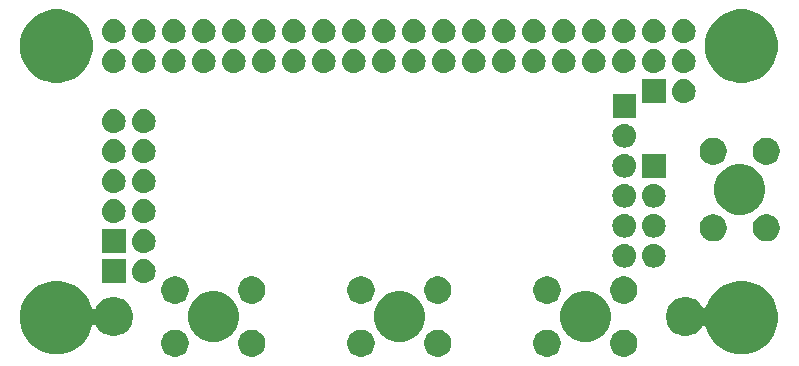
<source format=gbs>
G04 #@! TF.GenerationSoftware,KiCad,Pcbnew,(5.1.4)-1*
G04 #@! TF.CreationDate,2020-03-10T21:25:51+00:00*
G04 #@! TF.ProjectId,rgb-to-hdmi,7267622d-746f-42d6-9864-6d692e6b6963,rev?*
G04 #@! TF.SameCoordinates,Original*
G04 #@! TF.FileFunction,Soldermask,Bot*
G04 #@! TF.FilePolarity,Negative*
%FSLAX46Y46*%
G04 Gerber Fmt 4.6, Leading zero omitted, Abs format (unit mm)*
G04 Created by KiCad (PCBNEW (5.1.4)-1) date 2020-03-10 21:25:51*
%MOMM*%
%LPD*%
G04 APERTURE LIST*
%ADD10C,0.100000*%
G04 APERTURE END LIST*
D10*
G36*
X29891443Y-52041154D02*
G01*
X30100728Y-52127842D01*
X30289081Y-52253696D01*
X30449264Y-52413879D01*
X30575118Y-52602232D01*
X30661806Y-52811517D01*
X30706000Y-53033695D01*
X30706000Y-53260225D01*
X30661806Y-53482403D01*
X30575118Y-53691688D01*
X30449264Y-53880041D01*
X30289081Y-54040224D01*
X30100728Y-54166078D01*
X29891443Y-54252766D01*
X29669265Y-54296960D01*
X29442735Y-54296960D01*
X29220557Y-54252766D01*
X29011272Y-54166078D01*
X28822919Y-54040224D01*
X28662736Y-53880041D01*
X28536882Y-53691688D01*
X28450194Y-53482403D01*
X28406000Y-53260225D01*
X28406000Y-53033695D01*
X28450194Y-52811517D01*
X28536882Y-52602232D01*
X28662736Y-52413879D01*
X28822919Y-52253696D01*
X29011272Y-52127842D01*
X29220557Y-52041154D01*
X29442735Y-51996960D01*
X29669265Y-51996960D01*
X29891443Y-52041154D01*
X29891443Y-52041154D01*
G37*
G36*
X61387443Y-52041154D02*
G01*
X61596728Y-52127842D01*
X61785081Y-52253696D01*
X61945264Y-52413879D01*
X62071118Y-52602232D01*
X62157806Y-52811517D01*
X62202000Y-53033695D01*
X62202000Y-53260225D01*
X62157806Y-53482403D01*
X62071118Y-53691688D01*
X61945264Y-53880041D01*
X61785081Y-54040224D01*
X61596728Y-54166078D01*
X61387443Y-54252766D01*
X61165265Y-54296960D01*
X60938735Y-54296960D01*
X60716557Y-54252766D01*
X60507272Y-54166078D01*
X60318919Y-54040224D01*
X60158736Y-53880041D01*
X60032882Y-53691688D01*
X59946194Y-53482403D01*
X59902000Y-53260225D01*
X59902000Y-53033695D01*
X59946194Y-52811517D01*
X60032882Y-52602232D01*
X60158736Y-52413879D01*
X60318919Y-52253696D01*
X60507272Y-52127842D01*
X60716557Y-52041154D01*
X60938735Y-51996960D01*
X61165265Y-51996960D01*
X61387443Y-52041154D01*
X61387443Y-52041154D01*
G37*
G36*
X67887443Y-52041154D02*
G01*
X68096728Y-52127842D01*
X68285081Y-52253696D01*
X68445264Y-52413879D01*
X68571118Y-52602232D01*
X68657806Y-52811517D01*
X68702000Y-53033695D01*
X68702000Y-53260225D01*
X68657806Y-53482403D01*
X68571118Y-53691688D01*
X68445264Y-53880041D01*
X68285081Y-54040224D01*
X68096728Y-54166078D01*
X67887443Y-54252766D01*
X67665265Y-54296960D01*
X67438735Y-54296960D01*
X67216557Y-54252766D01*
X67007272Y-54166078D01*
X66818919Y-54040224D01*
X66658736Y-53880041D01*
X66532882Y-53691688D01*
X66446194Y-53482403D01*
X66402000Y-53260225D01*
X66402000Y-53033695D01*
X66446194Y-52811517D01*
X66532882Y-52602232D01*
X66658736Y-52413879D01*
X66818919Y-52253696D01*
X67007272Y-52127842D01*
X67216557Y-52041154D01*
X67438735Y-51996960D01*
X67665265Y-51996960D01*
X67887443Y-52041154D01*
X67887443Y-52041154D01*
G37*
G36*
X45639443Y-52041154D02*
G01*
X45848728Y-52127842D01*
X46037081Y-52253696D01*
X46197264Y-52413879D01*
X46323118Y-52602232D01*
X46409806Y-52811517D01*
X46454000Y-53033695D01*
X46454000Y-53260225D01*
X46409806Y-53482403D01*
X46323118Y-53691688D01*
X46197264Y-53880041D01*
X46037081Y-54040224D01*
X45848728Y-54166078D01*
X45639443Y-54252766D01*
X45417265Y-54296960D01*
X45190735Y-54296960D01*
X44968557Y-54252766D01*
X44759272Y-54166078D01*
X44570919Y-54040224D01*
X44410736Y-53880041D01*
X44284882Y-53691688D01*
X44198194Y-53482403D01*
X44154000Y-53260225D01*
X44154000Y-53033695D01*
X44198194Y-52811517D01*
X44284882Y-52602232D01*
X44410736Y-52413879D01*
X44570919Y-52253696D01*
X44759272Y-52127842D01*
X44968557Y-52041154D01*
X45190735Y-51996960D01*
X45417265Y-51996960D01*
X45639443Y-52041154D01*
X45639443Y-52041154D01*
G37*
G36*
X36391443Y-52041154D02*
G01*
X36600728Y-52127842D01*
X36789081Y-52253696D01*
X36949264Y-52413879D01*
X37075118Y-52602232D01*
X37161806Y-52811517D01*
X37206000Y-53033695D01*
X37206000Y-53260225D01*
X37161806Y-53482403D01*
X37075118Y-53691688D01*
X36949264Y-53880041D01*
X36789081Y-54040224D01*
X36600728Y-54166078D01*
X36391443Y-54252766D01*
X36169265Y-54296960D01*
X35942735Y-54296960D01*
X35720557Y-54252766D01*
X35511272Y-54166078D01*
X35322919Y-54040224D01*
X35162736Y-53880041D01*
X35036882Y-53691688D01*
X34950194Y-53482403D01*
X34906000Y-53260225D01*
X34906000Y-53033695D01*
X34950194Y-52811517D01*
X35036882Y-52602232D01*
X35162736Y-52413879D01*
X35322919Y-52253696D01*
X35511272Y-52127842D01*
X35720557Y-52041154D01*
X35942735Y-51996960D01*
X36169265Y-51996960D01*
X36391443Y-52041154D01*
X36391443Y-52041154D01*
G37*
G36*
X52139443Y-52041154D02*
G01*
X52348728Y-52127842D01*
X52537081Y-52253696D01*
X52697264Y-52413879D01*
X52823118Y-52602232D01*
X52909806Y-52811517D01*
X52954000Y-53033695D01*
X52954000Y-53260225D01*
X52909806Y-53482403D01*
X52823118Y-53691688D01*
X52697264Y-53880041D01*
X52537081Y-54040224D01*
X52348728Y-54166078D01*
X52139443Y-54252766D01*
X51917265Y-54296960D01*
X51690735Y-54296960D01*
X51468557Y-54252766D01*
X51259272Y-54166078D01*
X51070919Y-54040224D01*
X50910736Y-53880041D01*
X50784882Y-53691688D01*
X50698194Y-53482403D01*
X50654000Y-53260225D01*
X50654000Y-53033695D01*
X50698194Y-52811517D01*
X50784882Y-52602232D01*
X50910736Y-52413879D01*
X51070919Y-52253696D01*
X51259272Y-52127842D01*
X51468557Y-52041154D01*
X51690735Y-51996960D01*
X51917265Y-51996960D01*
X52139443Y-52041154D01*
X52139443Y-52041154D01*
G37*
G36*
X78204038Y-47979309D02*
G01*
X78404237Y-48019131D01*
X78968401Y-48252815D01*
X79476135Y-48592072D01*
X79907928Y-49023865D01*
X80247185Y-49531599D01*
X80456708Y-50037433D01*
X80480869Y-50095763D01*
X80600000Y-50694676D01*
X80600000Y-51305324D01*
X80514387Y-51735728D01*
X80480869Y-51904237D01*
X80247185Y-52468401D01*
X79907928Y-52976135D01*
X79476135Y-53407928D01*
X78968401Y-53747185D01*
X78404237Y-53980869D01*
X77805324Y-54100000D01*
X77194676Y-54100000D01*
X76595763Y-53980869D01*
X76031599Y-53747185D01*
X75523865Y-53407928D01*
X75092072Y-52976135D01*
X74752815Y-52468401D01*
X74519131Y-51904237D01*
X74510388Y-51860280D01*
X74499007Y-51822764D01*
X74480525Y-51788187D01*
X74455652Y-51757880D01*
X74425345Y-51733008D01*
X74390768Y-51714526D01*
X74353249Y-51703145D01*
X74314231Y-51699302D01*
X74275213Y-51703145D01*
X74237695Y-51714526D01*
X74203118Y-51733008D01*
X74172811Y-51757881D01*
X74147941Y-51788184D01*
X74040639Y-51948774D01*
X73810814Y-52178599D01*
X73677756Y-52267505D01*
X73540567Y-52359172D01*
X73408494Y-52413878D01*
X73240287Y-52483552D01*
X72921511Y-52546960D01*
X72596489Y-52546960D01*
X72277713Y-52483552D01*
X72109506Y-52413878D01*
X71977433Y-52359172D01*
X71840244Y-52267505D01*
X71707186Y-52178599D01*
X71477361Y-51948774D01*
X71313237Y-51703145D01*
X71296788Y-51678527D01*
X71232819Y-51524092D01*
X71172408Y-51378247D01*
X71109000Y-51059471D01*
X71109000Y-50734449D01*
X71172408Y-50415673D01*
X71263181Y-50196529D01*
X71296788Y-50115393D01*
X71332706Y-50061637D01*
X71477361Y-49845146D01*
X71707186Y-49615321D01*
X71977432Y-49434749D01*
X71977433Y-49434748D01*
X72277713Y-49310368D01*
X72596489Y-49246960D01*
X72921511Y-49246960D01*
X73240287Y-49310368D01*
X73390428Y-49372559D01*
X73540567Y-49434748D01*
X73540568Y-49434749D01*
X73810814Y-49615321D01*
X74040639Y-49845146D01*
X74192224Y-50072010D01*
X74217096Y-50102318D01*
X74247403Y-50127190D01*
X74281981Y-50145672D01*
X74319499Y-50157053D01*
X74358517Y-50160896D01*
X74397535Y-50157053D01*
X74435053Y-50145672D01*
X74469630Y-50127190D01*
X74499938Y-50102318D01*
X74524810Y-50072011D01*
X74543292Y-50037433D01*
X74661205Y-49752766D01*
X74752815Y-49531599D01*
X75092072Y-49023865D01*
X75523865Y-48592072D01*
X76031599Y-48252815D01*
X76595763Y-48019131D01*
X76795962Y-47979309D01*
X77194676Y-47900000D01*
X77805324Y-47900000D01*
X78204038Y-47979309D01*
X78204038Y-47979309D01*
G37*
G36*
X20204038Y-47979309D02*
G01*
X20404237Y-48019131D01*
X20968401Y-48252815D01*
X21476135Y-48592072D01*
X21907928Y-49023865D01*
X22247185Y-49531599D01*
X22456708Y-50037433D01*
X22480869Y-50095763D01*
X22486572Y-50124435D01*
X22497953Y-50161953D01*
X22516435Y-50196530D01*
X22541308Y-50226837D01*
X22571615Y-50251710D01*
X22606192Y-50270191D01*
X22643711Y-50281572D01*
X22682729Y-50285415D01*
X22721747Y-50281572D01*
X22759265Y-50270191D01*
X22793842Y-50251709D01*
X22824149Y-50226836D01*
X22849022Y-50196529D01*
X22867503Y-50161952D01*
X22886788Y-50115394D01*
X22899905Y-50095763D01*
X23067361Y-49845146D01*
X23297186Y-49615321D01*
X23567432Y-49434749D01*
X23567433Y-49434748D01*
X23867713Y-49310368D01*
X24186489Y-49246960D01*
X24511511Y-49246960D01*
X24830287Y-49310368D01*
X24980428Y-49372559D01*
X25130567Y-49434748D01*
X25130568Y-49434749D01*
X25400814Y-49615321D01*
X25630639Y-49845146D01*
X25775294Y-50061637D01*
X25811212Y-50115393D01*
X25844819Y-50196529D01*
X25935592Y-50415673D01*
X25999000Y-50734449D01*
X25999000Y-51059471D01*
X25935592Y-51378247D01*
X25875181Y-51524092D01*
X25811212Y-51678527D01*
X25794763Y-51703145D01*
X25630639Y-51948774D01*
X25400814Y-52178599D01*
X25267756Y-52267505D01*
X25130567Y-52359172D01*
X24998494Y-52413878D01*
X24830287Y-52483552D01*
X24511511Y-52546960D01*
X24186489Y-52546960D01*
X23867713Y-52483552D01*
X23699506Y-52413878D01*
X23567433Y-52359172D01*
X23430244Y-52267505D01*
X23297186Y-52178599D01*
X23067361Y-51948774D01*
X22886789Y-51678528D01*
X22886789Y-51678527D01*
X22876836Y-51663632D01*
X22851964Y-51633325D01*
X22821656Y-51608453D01*
X22787079Y-51589971D01*
X22749561Y-51578590D01*
X22710543Y-51574747D01*
X22671525Y-51578590D01*
X22634007Y-51589971D01*
X22599429Y-51608453D01*
X22569122Y-51633325D01*
X22544250Y-51663633D01*
X22525768Y-51698210D01*
X22514388Y-51735724D01*
X22480869Y-51904237D01*
X22247185Y-52468401D01*
X21907928Y-52976135D01*
X21476135Y-53407928D01*
X20968401Y-53747185D01*
X20404237Y-53980869D01*
X19805324Y-54100000D01*
X19194676Y-54100000D01*
X18595763Y-53980869D01*
X18031599Y-53747185D01*
X17523865Y-53407928D01*
X17092072Y-52976135D01*
X16752815Y-52468401D01*
X16519131Y-51904237D01*
X16485613Y-51735728D01*
X16400000Y-51305324D01*
X16400000Y-50694676D01*
X16519131Y-50095763D01*
X16543292Y-50037433D01*
X16752815Y-49531599D01*
X17092072Y-49023865D01*
X17523865Y-48592072D01*
X18031599Y-48252815D01*
X18595763Y-48019131D01*
X18795962Y-47979309D01*
X19194676Y-47900000D01*
X19805324Y-47900000D01*
X20204038Y-47979309D01*
X20204038Y-47979309D01*
G37*
G36*
X64929133Y-48829583D02*
G01*
X65320408Y-48991655D01*
X65672542Y-49226943D01*
X65972017Y-49526418D01*
X66207305Y-49878552D01*
X66369377Y-50269827D01*
X66452000Y-50685203D01*
X66452000Y-51108717D01*
X66369377Y-51524093D01*
X66207305Y-51915368D01*
X65972017Y-52267502D01*
X65672542Y-52566977D01*
X65320408Y-52802265D01*
X64929133Y-52964337D01*
X64513757Y-53046960D01*
X64090243Y-53046960D01*
X63674867Y-52964337D01*
X63283592Y-52802265D01*
X62931458Y-52566977D01*
X62631983Y-52267502D01*
X62396695Y-51915368D01*
X62234623Y-51524093D01*
X62152000Y-51108717D01*
X62152000Y-50685203D01*
X62234623Y-50269827D01*
X62396695Y-49878552D01*
X62631983Y-49526418D01*
X62931458Y-49226943D01*
X63283592Y-48991655D01*
X63674867Y-48829583D01*
X64090243Y-48746960D01*
X64513757Y-48746960D01*
X64929133Y-48829583D01*
X64929133Y-48829583D01*
G37*
G36*
X33433133Y-48829583D02*
G01*
X33824408Y-48991655D01*
X34176542Y-49226943D01*
X34476017Y-49526418D01*
X34711305Y-49878552D01*
X34873377Y-50269827D01*
X34956000Y-50685203D01*
X34956000Y-51108717D01*
X34873377Y-51524093D01*
X34711305Y-51915368D01*
X34476017Y-52267502D01*
X34176542Y-52566977D01*
X33824408Y-52802265D01*
X33433133Y-52964337D01*
X33017757Y-53046960D01*
X32594243Y-53046960D01*
X32178867Y-52964337D01*
X31787592Y-52802265D01*
X31435458Y-52566977D01*
X31135983Y-52267502D01*
X30900695Y-51915368D01*
X30738623Y-51524093D01*
X30656000Y-51108717D01*
X30656000Y-50685203D01*
X30738623Y-50269827D01*
X30900695Y-49878552D01*
X31135983Y-49526418D01*
X31435458Y-49226943D01*
X31787592Y-48991655D01*
X32178867Y-48829583D01*
X32594243Y-48746960D01*
X33017757Y-48746960D01*
X33433133Y-48829583D01*
X33433133Y-48829583D01*
G37*
G36*
X49181133Y-48829583D02*
G01*
X49572408Y-48991655D01*
X49924542Y-49226943D01*
X50224017Y-49526418D01*
X50459305Y-49878552D01*
X50621377Y-50269827D01*
X50704000Y-50685203D01*
X50704000Y-51108717D01*
X50621377Y-51524093D01*
X50459305Y-51915368D01*
X50224017Y-52267502D01*
X49924542Y-52566977D01*
X49572408Y-52802265D01*
X49181133Y-52964337D01*
X48765757Y-53046960D01*
X48342243Y-53046960D01*
X47926867Y-52964337D01*
X47535592Y-52802265D01*
X47183458Y-52566977D01*
X46883983Y-52267502D01*
X46648695Y-51915368D01*
X46486623Y-51524093D01*
X46404000Y-51108717D01*
X46404000Y-50685203D01*
X46486623Y-50269827D01*
X46648695Y-49878552D01*
X46883983Y-49526418D01*
X47183458Y-49226943D01*
X47535592Y-48991655D01*
X47926867Y-48829583D01*
X48342243Y-48746960D01*
X48765757Y-48746960D01*
X49181133Y-48829583D01*
X49181133Y-48829583D01*
G37*
G36*
X67887443Y-47541154D02*
G01*
X68096728Y-47627842D01*
X68285081Y-47753696D01*
X68445264Y-47913879D01*
X68571118Y-48102232D01*
X68657806Y-48311517D01*
X68702000Y-48533695D01*
X68702000Y-48760225D01*
X68657806Y-48982403D01*
X68571118Y-49191688D01*
X68445264Y-49380041D01*
X68285081Y-49540224D01*
X68096728Y-49666078D01*
X67887443Y-49752766D01*
X67665265Y-49796960D01*
X67438735Y-49796960D01*
X67216557Y-49752766D01*
X67007272Y-49666078D01*
X66818919Y-49540224D01*
X66658736Y-49380041D01*
X66532882Y-49191688D01*
X66446194Y-48982403D01*
X66402000Y-48760225D01*
X66402000Y-48533695D01*
X66446194Y-48311517D01*
X66532882Y-48102232D01*
X66658736Y-47913879D01*
X66818919Y-47753696D01*
X67007272Y-47627842D01*
X67216557Y-47541154D01*
X67438735Y-47496960D01*
X67665265Y-47496960D01*
X67887443Y-47541154D01*
X67887443Y-47541154D01*
G37*
G36*
X29891443Y-47541154D02*
G01*
X30100728Y-47627842D01*
X30289081Y-47753696D01*
X30449264Y-47913879D01*
X30575118Y-48102232D01*
X30661806Y-48311517D01*
X30706000Y-48533695D01*
X30706000Y-48760225D01*
X30661806Y-48982403D01*
X30575118Y-49191688D01*
X30449264Y-49380041D01*
X30289081Y-49540224D01*
X30100728Y-49666078D01*
X29891443Y-49752766D01*
X29669265Y-49796960D01*
X29442735Y-49796960D01*
X29220557Y-49752766D01*
X29011272Y-49666078D01*
X28822919Y-49540224D01*
X28662736Y-49380041D01*
X28536882Y-49191688D01*
X28450194Y-48982403D01*
X28406000Y-48760225D01*
X28406000Y-48533695D01*
X28450194Y-48311517D01*
X28536882Y-48102232D01*
X28662736Y-47913879D01*
X28822919Y-47753696D01*
X29011272Y-47627842D01*
X29220557Y-47541154D01*
X29442735Y-47496960D01*
X29669265Y-47496960D01*
X29891443Y-47541154D01*
X29891443Y-47541154D01*
G37*
G36*
X36391443Y-47541154D02*
G01*
X36600728Y-47627842D01*
X36789081Y-47753696D01*
X36949264Y-47913879D01*
X37075118Y-48102232D01*
X37161806Y-48311517D01*
X37206000Y-48533695D01*
X37206000Y-48760225D01*
X37161806Y-48982403D01*
X37075118Y-49191688D01*
X36949264Y-49380041D01*
X36789081Y-49540224D01*
X36600728Y-49666078D01*
X36391443Y-49752766D01*
X36169265Y-49796960D01*
X35942735Y-49796960D01*
X35720557Y-49752766D01*
X35511272Y-49666078D01*
X35322919Y-49540224D01*
X35162736Y-49380041D01*
X35036882Y-49191688D01*
X34950194Y-48982403D01*
X34906000Y-48760225D01*
X34906000Y-48533695D01*
X34950194Y-48311517D01*
X35036882Y-48102232D01*
X35162736Y-47913879D01*
X35322919Y-47753696D01*
X35511272Y-47627842D01*
X35720557Y-47541154D01*
X35942735Y-47496960D01*
X36169265Y-47496960D01*
X36391443Y-47541154D01*
X36391443Y-47541154D01*
G37*
G36*
X52139443Y-47541154D02*
G01*
X52348728Y-47627842D01*
X52537081Y-47753696D01*
X52697264Y-47913879D01*
X52823118Y-48102232D01*
X52909806Y-48311517D01*
X52954000Y-48533695D01*
X52954000Y-48760225D01*
X52909806Y-48982403D01*
X52823118Y-49191688D01*
X52697264Y-49380041D01*
X52537081Y-49540224D01*
X52348728Y-49666078D01*
X52139443Y-49752766D01*
X51917265Y-49796960D01*
X51690735Y-49796960D01*
X51468557Y-49752766D01*
X51259272Y-49666078D01*
X51070919Y-49540224D01*
X50910736Y-49380041D01*
X50784882Y-49191688D01*
X50698194Y-48982403D01*
X50654000Y-48760225D01*
X50654000Y-48533695D01*
X50698194Y-48311517D01*
X50784882Y-48102232D01*
X50910736Y-47913879D01*
X51070919Y-47753696D01*
X51259272Y-47627842D01*
X51468557Y-47541154D01*
X51690735Y-47496960D01*
X51917265Y-47496960D01*
X52139443Y-47541154D01*
X52139443Y-47541154D01*
G37*
G36*
X61387443Y-47541154D02*
G01*
X61596728Y-47627842D01*
X61785081Y-47753696D01*
X61945264Y-47913879D01*
X62071118Y-48102232D01*
X62157806Y-48311517D01*
X62202000Y-48533695D01*
X62202000Y-48760225D01*
X62157806Y-48982403D01*
X62071118Y-49191688D01*
X61945264Y-49380041D01*
X61785081Y-49540224D01*
X61596728Y-49666078D01*
X61387443Y-49752766D01*
X61165265Y-49796960D01*
X60938735Y-49796960D01*
X60716557Y-49752766D01*
X60507272Y-49666078D01*
X60318919Y-49540224D01*
X60158736Y-49380041D01*
X60032882Y-49191688D01*
X59946194Y-48982403D01*
X59902000Y-48760225D01*
X59902000Y-48533695D01*
X59946194Y-48311517D01*
X60032882Y-48102232D01*
X60158736Y-47913879D01*
X60318919Y-47753696D01*
X60507272Y-47627842D01*
X60716557Y-47541154D01*
X60938735Y-47496960D01*
X61165265Y-47496960D01*
X61387443Y-47541154D01*
X61387443Y-47541154D01*
G37*
G36*
X45639443Y-47541154D02*
G01*
X45848728Y-47627842D01*
X46037081Y-47753696D01*
X46197264Y-47913879D01*
X46323118Y-48102232D01*
X46409806Y-48311517D01*
X46454000Y-48533695D01*
X46454000Y-48760225D01*
X46409806Y-48982403D01*
X46323118Y-49191688D01*
X46197264Y-49380041D01*
X46037081Y-49540224D01*
X45848728Y-49666078D01*
X45639443Y-49752766D01*
X45417265Y-49796960D01*
X45190735Y-49796960D01*
X44968557Y-49752766D01*
X44759272Y-49666078D01*
X44570919Y-49540224D01*
X44410736Y-49380041D01*
X44284882Y-49191688D01*
X44198194Y-48982403D01*
X44154000Y-48760225D01*
X44154000Y-48533695D01*
X44198194Y-48311517D01*
X44284882Y-48102232D01*
X44410736Y-47913879D01*
X44570919Y-47753696D01*
X44759272Y-47627842D01*
X44968557Y-47541154D01*
X45190735Y-47496960D01*
X45417265Y-47496960D01*
X45639443Y-47541154D01*
X45639443Y-47541154D01*
G37*
G36*
X27108036Y-46065429D02*
G01*
X27296533Y-46122609D01*
X27458265Y-46209058D01*
X27470258Y-46215468D01*
X27622528Y-46340432D01*
X27747492Y-46492702D01*
X27747493Y-46492704D01*
X27840351Y-46666427D01*
X27897531Y-46854924D01*
X27916838Y-47050960D01*
X27897531Y-47246996D01*
X27840351Y-47435493D01*
X27783873Y-47541154D01*
X27747492Y-47609218D01*
X27622528Y-47761488D01*
X27470258Y-47886452D01*
X27470256Y-47886453D01*
X27296533Y-47979311D01*
X27108036Y-48036491D01*
X26961125Y-48050960D01*
X26862875Y-48050960D01*
X26715964Y-48036491D01*
X26527467Y-47979311D01*
X26353744Y-47886453D01*
X26353742Y-47886452D01*
X26201472Y-47761488D01*
X26076508Y-47609218D01*
X26040127Y-47541154D01*
X25983649Y-47435493D01*
X25926469Y-47246996D01*
X25907162Y-47050960D01*
X25926469Y-46854924D01*
X25983649Y-46666427D01*
X26076507Y-46492704D01*
X26076508Y-46492702D01*
X26201472Y-46340432D01*
X26353742Y-46215468D01*
X26365735Y-46209058D01*
X26527467Y-46122609D01*
X26715964Y-46065429D01*
X26862875Y-46050960D01*
X26961125Y-46050960D01*
X27108036Y-46065429D01*
X27108036Y-46065429D01*
G37*
G36*
X25372000Y-48050960D02*
G01*
X23372000Y-48050960D01*
X23372000Y-46050960D01*
X25372000Y-46050960D01*
X25372000Y-48050960D01*
X25372000Y-48050960D01*
G37*
G36*
X70288036Y-44770029D02*
G01*
X70476533Y-44827209D01*
X70638265Y-44913658D01*
X70650258Y-44920068D01*
X70802528Y-45045032D01*
X70927492Y-45197302D01*
X70927493Y-45197304D01*
X71020351Y-45371027D01*
X71077531Y-45559524D01*
X71096838Y-45755560D01*
X71077531Y-45951596D01*
X71020351Y-46140093D01*
X70933902Y-46301825D01*
X70927492Y-46313818D01*
X70802528Y-46466088D01*
X70650258Y-46591052D01*
X70650256Y-46591053D01*
X70476533Y-46683911D01*
X70288036Y-46741091D01*
X70141125Y-46755560D01*
X70042875Y-46755560D01*
X69895964Y-46741091D01*
X69707467Y-46683911D01*
X69533744Y-46591053D01*
X69533742Y-46591052D01*
X69381472Y-46466088D01*
X69256508Y-46313818D01*
X69250098Y-46301825D01*
X69163649Y-46140093D01*
X69106469Y-45951596D01*
X69087162Y-45755560D01*
X69106469Y-45559524D01*
X69163649Y-45371027D01*
X69256507Y-45197304D01*
X69256508Y-45197302D01*
X69381472Y-45045032D01*
X69533742Y-44920068D01*
X69545735Y-44913658D01*
X69707467Y-44827209D01*
X69895964Y-44770029D01*
X70042875Y-44755560D01*
X70141125Y-44755560D01*
X70288036Y-44770029D01*
X70288036Y-44770029D01*
G37*
G36*
X67796836Y-44768470D02*
G01*
X67985333Y-44825650D01*
X68115998Y-44895493D01*
X68159058Y-44918509D01*
X68311328Y-45043473D01*
X68436292Y-45195743D01*
X68436293Y-45195745D01*
X68529151Y-45369468D01*
X68586331Y-45557965D01*
X68605638Y-45754001D01*
X68586331Y-45950037D01*
X68529151Y-46138534D01*
X68488028Y-46215468D01*
X68436292Y-46312259D01*
X68311328Y-46464529D01*
X68159058Y-46589493D01*
X68159056Y-46589494D01*
X67985333Y-46682352D01*
X67796836Y-46739532D01*
X67649925Y-46754001D01*
X67551675Y-46754001D01*
X67404764Y-46739532D01*
X67216267Y-46682352D01*
X67042544Y-46589494D01*
X67042542Y-46589493D01*
X66890272Y-46464529D01*
X66765308Y-46312259D01*
X66713572Y-46215468D01*
X66672449Y-46138534D01*
X66615269Y-45950037D01*
X66595962Y-45754001D01*
X66615269Y-45557965D01*
X66672449Y-45369468D01*
X66765307Y-45195745D01*
X66765308Y-45195743D01*
X66890272Y-45043473D01*
X67042542Y-44918509D01*
X67085602Y-44895493D01*
X67216267Y-44825650D01*
X67404764Y-44768470D01*
X67551675Y-44754001D01*
X67649925Y-44754001D01*
X67796836Y-44768470D01*
X67796836Y-44768470D01*
G37*
G36*
X25372000Y-45510960D02*
G01*
X23372000Y-45510960D01*
X23372000Y-43510960D01*
X25372000Y-43510960D01*
X25372000Y-45510960D01*
X25372000Y-45510960D01*
G37*
G36*
X27108036Y-43525429D02*
G01*
X27296533Y-43582609D01*
X27458265Y-43669058D01*
X27470258Y-43675468D01*
X27622528Y-43800432D01*
X27747492Y-43952702D01*
X27747493Y-43952704D01*
X27840351Y-44126427D01*
X27897531Y-44314924D01*
X27916838Y-44510960D01*
X27897531Y-44706996D01*
X27840351Y-44895493D01*
X27761253Y-45043473D01*
X27747492Y-45069218D01*
X27622528Y-45221488D01*
X27470258Y-45346452D01*
X27470256Y-45346453D01*
X27296533Y-45439311D01*
X27108036Y-45496491D01*
X26961125Y-45510960D01*
X26862875Y-45510960D01*
X26715964Y-45496491D01*
X26527467Y-45439311D01*
X26353744Y-45346453D01*
X26353742Y-45346452D01*
X26201472Y-45221488D01*
X26076508Y-45069218D01*
X26062747Y-45043473D01*
X25983649Y-44895493D01*
X25926469Y-44706996D01*
X25907162Y-44510960D01*
X25926469Y-44314924D01*
X25983649Y-44126427D01*
X26076507Y-43952704D01*
X26076508Y-43952702D01*
X26201472Y-43800432D01*
X26353742Y-43675468D01*
X26365735Y-43669058D01*
X26527467Y-43582609D01*
X26715964Y-43525429D01*
X26862875Y-43510960D01*
X26961125Y-43510960D01*
X27108036Y-43525429D01*
X27108036Y-43525429D01*
G37*
G36*
X75452443Y-42285154D02*
G01*
X75661728Y-42371842D01*
X75850081Y-42497696D01*
X76010264Y-42657879D01*
X76136118Y-42846232D01*
X76222806Y-43055517D01*
X76267000Y-43277695D01*
X76267000Y-43504225D01*
X76222806Y-43726403D01*
X76136118Y-43935688D01*
X76010264Y-44124041D01*
X75850081Y-44284224D01*
X75661728Y-44410078D01*
X75452443Y-44496766D01*
X75230265Y-44540960D01*
X75003735Y-44540960D01*
X74781557Y-44496766D01*
X74572272Y-44410078D01*
X74383919Y-44284224D01*
X74223736Y-44124041D01*
X74097882Y-43935688D01*
X74011194Y-43726403D01*
X73967000Y-43504225D01*
X73967000Y-43277695D01*
X74011194Y-43055517D01*
X74097882Y-42846232D01*
X74223736Y-42657879D01*
X74383919Y-42497696D01*
X74572272Y-42371842D01*
X74781557Y-42285154D01*
X75003735Y-42240960D01*
X75230265Y-42240960D01*
X75452443Y-42285154D01*
X75452443Y-42285154D01*
G37*
G36*
X79952443Y-42285154D02*
G01*
X80161728Y-42371842D01*
X80350081Y-42497696D01*
X80510264Y-42657879D01*
X80636118Y-42846232D01*
X80722806Y-43055517D01*
X80767000Y-43277695D01*
X80767000Y-43504225D01*
X80722806Y-43726403D01*
X80636118Y-43935688D01*
X80510264Y-44124041D01*
X80350081Y-44284224D01*
X80161728Y-44410078D01*
X79952443Y-44496766D01*
X79730265Y-44540960D01*
X79503735Y-44540960D01*
X79281557Y-44496766D01*
X79072272Y-44410078D01*
X78883919Y-44284224D01*
X78723736Y-44124041D01*
X78597882Y-43935688D01*
X78511194Y-43726403D01*
X78467000Y-43504225D01*
X78467000Y-43277695D01*
X78511194Y-43055517D01*
X78597882Y-42846232D01*
X78723736Y-42657879D01*
X78883919Y-42497696D01*
X79072272Y-42371842D01*
X79281557Y-42285154D01*
X79503735Y-42240960D01*
X79730265Y-42240960D01*
X79952443Y-42285154D01*
X79952443Y-42285154D01*
G37*
G36*
X70288036Y-42230029D02*
G01*
X70476533Y-42287209D01*
X70634868Y-42371842D01*
X70650258Y-42380068D01*
X70802528Y-42505032D01*
X70927492Y-42657302D01*
X70927493Y-42657304D01*
X71020351Y-42831027D01*
X71077531Y-43019524D01*
X71096838Y-43215560D01*
X71077531Y-43411596D01*
X71020351Y-43600093D01*
X70952836Y-43726403D01*
X70927492Y-43773818D01*
X70802528Y-43926088D01*
X70650258Y-44051052D01*
X70650256Y-44051053D01*
X70476533Y-44143911D01*
X70288036Y-44201091D01*
X70141125Y-44215560D01*
X70042875Y-44215560D01*
X69895964Y-44201091D01*
X69707467Y-44143911D01*
X69533744Y-44051053D01*
X69533742Y-44051052D01*
X69381472Y-43926088D01*
X69256508Y-43773818D01*
X69231164Y-43726403D01*
X69163649Y-43600093D01*
X69106469Y-43411596D01*
X69087162Y-43215560D01*
X69106469Y-43019524D01*
X69163649Y-42831027D01*
X69256507Y-42657304D01*
X69256508Y-42657302D01*
X69381472Y-42505032D01*
X69533742Y-42380068D01*
X69549132Y-42371842D01*
X69707467Y-42287209D01*
X69895964Y-42230029D01*
X70042875Y-42215560D01*
X70141125Y-42215560D01*
X70288036Y-42230029D01*
X70288036Y-42230029D01*
G37*
G36*
X67796836Y-42228470D02*
G01*
X67985333Y-42285650D01*
X68115998Y-42355493D01*
X68159058Y-42378509D01*
X68311328Y-42503473D01*
X68436292Y-42655743D01*
X68436293Y-42655745D01*
X68529151Y-42829468D01*
X68586331Y-43017965D01*
X68605638Y-43214001D01*
X68586331Y-43410037D01*
X68529151Y-43598534D01*
X68488028Y-43675468D01*
X68436292Y-43772259D01*
X68311328Y-43924529D01*
X68159058Y-44049493D01*
X68159056Y-44049494D01*
X67985333Y-44142352D01*
X67796836Y-44199532D01*
X67649925Y-44214001D01*
X67551675Y-44214001D01*
X67404764Y-44199532D01*
X67216267Y-44142352D01*
X67042544Y-44049494D01*
X67042542Y-44049493D01*
X66890272Y-43924529D01*
X66765308Y-43772259D01*
X66713572Y-43675468D01*
X66672449Y-43598534D01*
X66615269Y-43410037D01*
X66595962Y-43214001D01*
X66615269Y-43017965D01*
X66672449Y-42829468D01*
X66765307Y-42655745D01*
X66765308Y-42655743D01*
X66890272Y-42503473D01*
X67042542Y-42378509D01*
X67085602Y-42355493D01*
X67216267Y-42285650D01*
X67404764Y-42228470D01*
X67551675Y-42214001D01*
X67649925Y-42214001D01*
X67796836Y-42228470D01*
X67796836Y-42228470D01*
G37*
G36*
X24568036Y-40985429D02*
G01*
X24756533Y-41042609D01*
X24918265Y-41129058D01*
X24930258Y-41135468D01*
X25082528Y-41260432D01*
X25207492Y-41412702D01*
X25207493Y-41412704D01*
X25300351Y-41586427D01*
X25357531Y-41774924D01*
X25376838Y-41970960D01*
X25357531Y-42166996D01*
X25300351Y-42355493D01*
X25224341Y-42497696D01*
X25207492Y-42529218D01*
X25082528Y-42681488D01*
X24930258Y-42806452D01*
X24930256Y-42806453D01*
X24756533Y-42899311D01*
X24568036Y-42956491D01*
X24421125Y-42970960D01*
X24322875Y-42970960D01*
X24175964Y-42956491D01*
X23987467Y-42899311D01*
X23813744Y-42806453D01*
X23813742Y-42806452D01*
X23661472Y-42681488D01*
X23536508Y-42529218D01*
X23519659Y-42497696D01*
X23443649Y-42355493D01*
X23386469Y-42166996D01*
X23367162Y-41970960D01*
X23386469Y-41774924D01*
X23443649Y-41586427D01*
X23536507Y-41412704D01*
X23536508Y-41412702D01*
X23661472Y-41260432D01*
X23813742Y-41135468D01*
X23825735Y-41129058D01*
X23987467Y-41042609D01*
X24175964Y-40985429D01*
X24322875Y-40970960D01*
X24421125Y-40970960D01*
X24568036Y-40985429D01*
X24568036Y-40985429D01*
G37*
G36*
X27108036Y-40985429D02*
G01*
X27296533Y-41042609D01*
X27458265Y-41129058D01*
X27470258Y-41135468D01*
X27622528Y-41260432D01*
X27747492Y-41412702D01*
X27747493Y-41412704D01*
X27840351Y-41586427D01*
X27897531Y-41774924D01*
X27916838Y-41970960D01*
X27897531Y-42166996D01*
X27840351Y-42355493D01*
X27764341Y-42497696D01*
X27747492Y-42529218D01*
X27622528Y-42681488D01*
X27470258Y-42806452D01*
X27470256Y-42806453D01*
X27296533Y-42899311D01*
X27108036Y-42956491D01*
X26961125Y-42970960D01*
X26862875Y-42970960D01*
X26715964Y-42956491D01*
X26527467Y-42899311D01*
X26353744Y-42806453D01*
X26353742Y-42806452D01*
X26201472Y-42681488D01*
X26076508Y-42529218D01*
X26059659Y-42497696D01*
X25983649Y-42355493D01*
X25926469Y-42166996D01*
X25907162Y-41970960D01*
X25926469Y-41774924D01*
X25983649Y-41586427D01*
X26076507Y-41412704D01*
X26076508Y-41412702D01*
X26201472Y-41260432D01*
X26353742Y-41135468D01*
X26365735Y-41129058D01*
X26527467Y-41042609D01*
X26715964Y-40985429D01*
X26862875Y-40970960D01*
X26961125Y-40970960D01*
X27108036Y-40985429D01*
X27108036Y-40985429D01*
G37*
G36*
X77994133Y-38073583D02*
G01*
X78385408Y-38235655D01*
X78737542Y-38470943D01*
X79037017Y-38770418D01*
X79272305Y-39122552D01*
X79434377Y-39513827D01*
X79517000Y-39929203D01*
X79517000Y-40352717D01*
X79434377Y-40768093D01*
X79272305Y-41159368D01*
X79037017Y-41511502D01*
X78737542Y-41810977D01*
X78385408Y-42046265D01*
X77994133Y-42208337D01*
X77578757Y-42290960D01*
X77155243Y-42290960D01*
X76739867Y-42208337D01*
X76348592Y-42046265D01*
X75996458Y-41810977D01*
X75696983Y-41511502D01*
X75461695Y-41159368D01*
X75299623Y-40768093D01*
X75217000Y-40352717D01*
X75217000Y-39929203D01*
X75299623Y-39513827D01*
X75461695Y-39122552D01*
X75696983Y-38770418D01*
X75996458Y-38470943D01*
X76348592Y-38235655D01*
X76739867Y-38073583D01*
X77155243Y-37990960D01*
X77578757Y-37990960D01*
X77994133Y-38073583D01*
X77994133Y-38073583D01*
G37*
G36*
X70288036Y-39690029D02*
G01*
X70476533Y-39747209D01*
X70638265Y-39833658D01*
X70650258Y-39840068D01*
X70802528Y-39965032D01*
X70927492Y-40117302D01*
X70927493Y-40117304D01*
X71020351Y-40291027D01*
X71077531Y-40479524D01*
X71096838Y-40675560D01*
X71077531Y-40871596D01*
X71020351Y-41060093D01*
X70933902Y-41221825D01*
X70927492Y-41233818D01*
X70802528Y-41386088D01*
X70650258Y-41511052D01*
X70650256Y-41511053D01*
X70476533Y-41603911D01*
X70288036Y-41661091D01*
X70141125Y-41675560D01*
X70042875Y-41675560D01*
X69895964Y-41661091D01*
X69707467Y-41603911D01*
X69533744Y-41511053D01*
X69533742Y-41511052D01*
X69381472Y-41386088D01*
X69256508Y-41233818D01*
X69250098Y-41221825D01*
X69163649Y-41060093D01*
X69106469Y-40871596D01*
X69087162Y-40675560D01*
X69106469Y-40479524D01*
X69163649Y-40291027D01*
X69256507Y-40117304D01*
X69256508Y-40117302D01*
X69381472Y-39965032D01*
X69533742Y-39840068D01*
X69545735Y-39833658D01*
X69707467Y-39747209D01*
X69895964Y-39690029D01*
X70042875Y-39675560D01*
X70141125Y-39675560D01*
X70288036Y-39690029D01*
X70288036Y-39690029D01*
G37*
G36*
X67796836Y-39688470D02*
G01*
X67985333Y-39745650D01*
X68115998Y-39815493D01*
X68159058Y-39838509D01*
X68311328Y-39963473D01*
X68436292Y-40115743D01*
X68436293Y-40115745D01*
X68529151Y-40289468D01*
X68586331Y-40477965D01*
X68605638Y-40674001D01*
X68586331Y-40870037D01*
X68529151Y-41058534D01*
X68488028Y-41135468D01*
X68436292Y-41232259D01*
X68311328Y-41384529D01*
X68159058Y-41509493D01*
X68159056Y-41509494D01*
X67985333Y-41602352D01*
X67796836Y-41659532D01*
X67649925Y-41674001D01*
X67551675Y-41674001D01*
X67404764Y-41659532D01*
X67216267Y-41602352D01*
X67042544Y-41509494D01*
X67042542Y-41509493D01*
X66890272Y-41384529D01*
X66765308Y-41232259D01*
X66713572Y-41135468D01*
X66672449Y-41058534D01*
X66615269Y-40870037D01*
X66595962Y-40674001D01*
X66615269Y-40477965D01*
X66672449Y-40289468D01*
X66765307Y-40115745D01*
X66765308Y-40115743D01*
X66890272Y-39963473D01*
X67042542Y-39838509D01*
X67085602Y-39815493D01*
X67216267Y-39745650D01*
X67404764Y-39688470D01*
X67551675Y-39674001D01*
X67649925Y-39674001D01*
X67796836Y-39688470D01*
X67796836Y-39688470D01*
G37*
G36*
X24568036Y-38445429D02*
G01*
X24756533Y-38502609D01*
X24918265Y-38589058D01*
X24930258Y-38595468D01*
X25082528Y-38720432D01*
X25207492Y-38872702D01*
X25207493Y-38872704D01*
X25300351Y-39046427D01*
X25357531Y-39234924D01*
X25376838Y-39430960D01*
X25357531Y-39626996D01*
X25300351Y-39815493D01*
X25239571Y-39929203D01*
X25207492Y-39989218D01*
X25082528Y-40141488D01*
X24930258Y-40266452D01*
X24930256Y-40266453D01*
X24756533Y-40359311D01*
X24568036Y-40416491D01*
X24421125Y-40430960D01*
X24322875Y-40430960D01*
X24175964Y-40416491D01*
X23987467Y-40359311D01*
X23813744Y-40266453D01*
X23813742Y-40266452D01*
X23661472Y-40141488D01*
X23536508Y-39989218D01*
X23504429Y-39929203D01*
X23443649Y-39815493D01*
X23386469Y-39626996D01*
X23367162Y-39430960D01*
X23386469Y-39234924D01*
X23443649Y-39046427D01*
X23536507Y-38872704D01*
X23536508Y-38872702D01*
X23661472Y-38720432D01*
X23813742Y-38595468D01*
X23825735Y-38589058D01*
X23987467Y-38502609D01*
X24175964Y-38445429D01*
X24322875Y-38430960D01*
X24421125Y-38430960D01*
X24568036Y-38445429D01*
X24568036Y-38445429D01*
G37*
G36*
X27108036Y-38445429D02*
G01*
X27296533Y-38502609D01*
X27458265Y-38589058D01*
X27470258Y-38595468D01*
X27622528Y-38720432D01*
X27747492Y-38872702D01*
X27747493Y-38872704D01*
X27840351Y-39046427D01*
X27897531Y-39234924D01*
X27916838Y-39430960D01*
X27897531Y-39626996D01*
X27840351Y-39815493D01*
X27779571Y-39929203D01*
X27747492Y-39989218D01*
X27622528Y-40141488D01*
X27470258Y-40266452D01*
X27470256Y-40266453D01*
X27296533Y-40359311D01*
X27108036Y-40416491D01*
X26961125Y-40430960D01*
X26862875Y-40430960D01*
X26715964Y-40416491D01*
X26527467Y-40359311D01*
X26353744Y-40266453D01*
X26353742Y-40266452D01*
X26201472Y-40141488D01*
X26076508Y-39989218D01*
X26044429Y-39929203D01*
X25983649Y-39815493D01*
X25926469Y-39626996D01*
X25907162Y-39430960D01*
X25926469Y-39234924D01*
X25983649Y-39046427D01*
X26076507Y-38872704D01*
X26076508Y-38872702D01*
X26201472Y-38720432D01*
X26353742Y-38595468D01*
X26365735Y-38589058D01*
X26527467Y-38502609D01*
X26715964Y-38445429D01*
X26862875Y-38430960D01*
X26961125Y-38430960D01*
X27108036Y-38445429D01*
X27108036Y-38445429D01*
G37*
G36*
X71092000Y-39135560D02*
G01*
X69092000Y-39135560D01*
X69092000Y-37135560D01*
X71092000Y-37135560D01*
X71092000Y-39135560D01*
X71092000Y-39135560D01*
G37*
G36*
X67796836Y-37148470D02*
G01*
X67985333Y-37205650D01*
X68115998Y-37275493D01*
X68159058Y-37298509D01*
X68311328Y-37423473D01*
X68436292Y-37575743D01*
X68436293Y-37575745D01*
X68529151Y-37749468D01*
X68586331Y-37937965D01*
X68605638Y-38134001D01*
X68586331Y-38330037D01*
X68529151Y-38518534D01*
X68488028Y-38595468D01*
X68436292Y-38692259D01*
X68311328Y-38844529D01*
X68159058Y-38969493D01*
X68159056Y-38969494D01*
X67985333Y-39062352D01*
X67796836Y-39119532D01*
X67649925Y-39134001D01*
X67551675Y-39134001D01*
X67404764Y-39119532D01*
X67216267Y-39062352D01*
X67042544Y-38969494D01*
X67042542Y-38969493D01*
X66890272Y-38844529D01*
X66765308Y-38692259D01*
X66713572Y-38595468D01*
X66672449Y-38518534D01*
X66615269Y-38330037D01*
X66595962Y-38134001D01*
X66615269Y-37937965D01*
X66672449Y-37749468D01*
X66765307Y-37575745D01*
X66765308Y-37575743D01*
X66890272Y-37423473D01*
X67042542Y-37298509D01*
X67085602Y-37275493D01*
X67216267Y-37205650D01*
X67404764Y-37148470D01*
X67551675Y-37134001D01*
X67649925Y-37134001D01*
X67796836Y-37148470D01*
X67796836Y-37148470D01*
G37*
G36*
X75452443Y-35785154D02*
G01*
X75661728Y-35871842D01*
X75850081Y-35997696D01*
X76010264Y-36157879D01*
X76136118Y-36346232D01*
X76222806Y-36555517D01*
X76267000Y-36777695D01*
X76267000Y-37004225D01*
X76222806Y-37226403D01*
X76136118Y-37435688D01*
X76010264Y-37624041D01*
X75850081Y-37784224D01*
X75661728Y-37910078D01*
X75452443Y-37996766D01*
X75230265Y-38040960D01*
X75003735Y-38040960D01*
X74781557Y-37996766D01*
X74572272Y-37910078D01*
X74383919Y-37784224D01*
X74223736Y-37624041D01*
X74097882Y-37435688D01*
X74011194Y-37226403D01*
X73967000Y-37004225D01*
X73967000Y-36777695D01*
X74011194Y-36555517D01*
X74097882Y-36346232D01*
X74223736Y-36157879D01*
X74383919Y-35997696D01*
X74572272Y-35871842D01*
X74781557Y-35785154D01*
X75003735Y-35740960D01*
X75230265Y-35740960D01*
X75452443Y-35785154D01*
X75452443Y-35785154D01*
G37*
G36*
X79952443Y-35785154D02*
G01*
X80161728Y-35871842D01*
X80350081Y-35997696D01*
X80510264Y-36157879D01*
X80636118Y-36346232D01*
X80722806Y-36555517D01*
X80767000Y-36777695D01*
X80767000Y-37004225D01*
X80722806Y-37226403D01*
X80636118Y-37435688D01*
X80510264Y-37624041D01*
X80350081Y-37784224D01*
X80161728Y-37910078D01*
X79952443Y-37996766D01*
X79730265Y-38040960D01*
X79503735Y-38040960D01*
X79281557Y-37996766D01*
X79072272Y-37910078D01*
X78883919Y-37784224D01*
X78723736Y-37624041D01*
X78597882Y-37435688D01*
X78511194Y-37226403D01*
X78467000Y-37004225D01*
X78467000Y-36777695D01*
X78511194Y-36555517D01*
X78597882Y-36346232D01*
X78723736Y-36157879D01*
X78883919Y-35997696D01*
X79072272Y-35871842D01*
X79281557Y-35785154D01*
X79503735Y-35740960D01*
X79730265Y-35740960D01*
X79952443Y-35785154D01*
X79952443Y-35785154D01*
G37*
G36*
X27108036Y-35905429D02*
G01*
X27296533Y-35962609D01*
X27458265Y-36049058D01*
X27470258Y-36055468D01*
X27622528Y-36180432D01*
X27747492Y-36332702D01*
X27747493Y-36332704D01*
X27840351Y-36506427D01*
X27897531Y-36694924D01*
X27916838Y-36890960D01*
X27897531Y-37086996D01*
X27840351Y-37275493D01*
X27761253Y-37423473D01*
X27747492Y-37449218D01*
X27622528Y-37601488D01*
X27470258Y-37726452D01*
X27470256Y-37726453D01*
X27296533Y-37819311D01*
X27108036Y-37876491D01*
X26961125Y-37890960D01*
X26862875Y-37890960D01*
X26715964Y-37876491D01*
X26527467Y-37819311D01*
X26353744Y-37726453D01*
X26353742Y-37726452D01*
X26201472Y-37601488D01*
X26076508Y-37449218D01*
X26062747Y-37423473D01*
X25983649Y-37275493D01*
X25926469Y-37086996D01*
X25907162Y-36890960D01*
X25926469Y-36694924D01*
X25983649Y-36506427D01*
X26076507Y-36332704D01*
X26076508Y-36332702D01*
X26201472Y-36180432D01*
X26353742Y-36055468D01*
X26365735Y-36049058D01*
X26527467Y-35962609D01*
X26715964Y-35905429D01*
X26862875Y-35890960D01*
X26961125Y-35890960D01*
X27108036Y-35905429D01*
X27108036Y-35905429D01*
G37*
G36*
X24568036Y-35905429D02*
G01*
X24756533Y-35962609D01*
X24918265Y-36049058D01*
X24930258Y-36055468D01*
X25082528Y-36180432D01*
X25207492Y-36332702D01*
X25207493Y-36332704D01*
X25300351Y-36506427D01*
X25357531Y-36694924D01*
X25376838Y-36890960D01*
X25357531Y-37086996D01*
X25300351Y-37275493D01*
X25221253Y-37423473D01*
X25207492Y-37449218D01*
X25082528Y-37601488D01*
X24930258Y-37726452D01*
X24930256Y-37726453D01*
X24756533Y-37819311D01*
X24568036Y-37876491D01*
X24421125Y-37890960D01*
X24322875Y-37890960D01*
X24175964Y-37876491D01*
X23987467Y-37819311D01*
X23813744Y-37726453D01*
X23813742Y-37726452D01*
X23661472Y-37601488D01*
X23536508Y-37449218D01*
X23522747Y-37423473D01*
X23443649Y-37275493D01*
X23386469Y-37086996D01*
X23367162Y-36890960D01*
X23386469Y-36694924D01*
X23443649Y-36506427D01*
X23536507Y-36332704D01*
X23536508Y-36332702D01*
X23661472Y-36180432D01*
X23813742Y-36055468D01*
X23825735Y-36049058D01*
X23987467Y-35962609D01*
X24175964Y-35905429D01*
X24322875Y-35890960D01*
X24421125Y-35890960D01*
X24568036Y-35905429D01*
X24568036Y-35905429D01*
G37*
G36*
X67796836Y-34608470D02*
G01*
X67985333Y-34665650D01*
X68115998Y-34735493D01*
X68159058Y-34758509D01*
X68311328Y-34883473D01*
X68436292Y-35035743D01*
X68436293Y-35035745D01*
X68529151Y-35209468D01*
X68586331Y-35397965D01*
X68605638Y-35594001D01*
X68586331Y-35790037D01*
X68529151Y-35978534D01*
X68488028Y-36055468D01*
X68436292Y-36152259D01*
X68311328Y-36304529D01*
X68159058Y-36429493D01*
X68159056Y-36429494D01*
X67985333Y-36522352D01*
X67796836Y-36579532D01*
X67649925Y-36594001D01*
X67551675Y-36594001D01*
X67404764Y-36579532D01*
X67216267Y-36522352D01*
X67042544Y-36429494D01*
X67042542Y-36429493D01*
X66890272Y-36304529D01*
X66765308Y-36152259D01*
X66713572Y-36055468D01*
X66672449Y-35978534D01*
X66615269Y-35790037D01*
X66595962Y-35594001D01*
X66615269Y-35397965D01*
X66672449Y-35209468D01*
X66765307Y-35035745D01*
X66765308Y-35035743D01*
X66890272Y-34883473D01*
X67042542Y-34758509D01*
X67085602Y-34735493D01*
X67216267Y-34665650D01*
X67404764Y-34608470D01*
X67551675Y-34594001D01*
X67649925Y-34594001D01*
X67796836Y-34608470D01*
X67796836Y-34608470D01*
G37*
G36*
X24568036Y-33365429D02*
G01*
X24756533Y-33422609D01*
X24918265Y-33509058D01*
X24930258Y-33515468D01*
X25082528Y-33640432D01*
X25207492Y-33792702D01*
X25207493Y-33792704D01*
X25300351Y-33966427D01*
X25357531Y-34154924D01*
X25376838Y-34350960D01*
X25357531Y-34546996D01*
X25300351Y-34735493D01*
X25221253Y-34883473D01*
X25207492Y-34909218D01*
X25082528Y-35061488D01*
X24930258Y-35186452D01*
X24930256Y-35186453D01*
X24756533Y-35279311D01*
X24568036Y-35336491D01*
X24421125Y-35350960D01*
X24322875Y-35350960D01*
X24175964Y-35336491D01*
X23987467Y-35279311D01*
X23813744Y-35186453D01*
X23813742Y-35186452D01*
X23661472Y-35061488D01*
X23536508Y-34909218D01*
X23522747Y-34883473D01*
X23443649Y-34735493D01*
X23386469Y-34546996D01*
X23367162Y-34350960D01*
X23386469Y-34154924D01*
X23443649Y-33966427D01*
X23536507Y-33792704D01*
X23536508Y-33792702D01*
X23661472Y-33640432D01*
X23813742Y-33515468D01*
X23825735Y-33509058D01*
X23987467Y-33422609D01*
X24175964Y-33365429D01*
X24322875Y-33350960D01*
X24421125Y-33350960D01*
X24568036Y-33365429D01*
X24568036Y-33365429D01*
G37*
G36*
X27108036Y-33365429D02*
G01*
X27296533Y-33422609D01*
X27458265Y-33509058D01*
X27470258Y-33515468D01*
X27622528Y-33640432D01*
X27747492Y-33792702D01*
X27747493Y-33792704D01*
X27840351Y-33966427D01*
X27897531Y-34154924D01*
X27916838Y-34350960D01*
X27897531Y-34546996D01*
X27840351Y-34735493D01*
X27761253Y-34883473D01*
X27747492Y-34909218D01*
X27622528Y-35061488D01*
X27470258Y-35186452D01*
X27470256Y-35186453D01*
X27296533Y-35279311D01*
X27108036Y-35336491D01*
X26961125Y-35350960D01*
X26862875Y-35350960D01*
X26715964Y-35336491D01*
X26527467Y-35279311D01*
X26353744Y-35186453D01*
X26353742Y-35186452D01*
X26201472Y-35061488D01*
X26076508Y-34909218D01*
X26062747Y-34883473D01*
X25983649Y-34735493D01*
X25926469Y-34546996D01*
X25907162Y-34350960D01*
X25926469Y-34154924D01*
X25983649Y-33966427D01*
X26076507Y-33792704D01*
X26076508Y-33792702D01*
X26201472Y-33640432D01*
X26353742Y-33515468D01*
X26365735Y-33509058D01*
X26527467Y-33422609D01*
X26715964Y-33365429D01*
X26862875Y-33350960D01*
X26961125Y-33350960D01*
X27108036Y-33365429D01*
X27108036Y-33365429D01*
G37*
G36*
X68600800Y-34054001D02*
G01*
X66600800Y-34054001D01*
X66600800Y-32054001D01*
X68600800Y-32054001D01*
X68600800Y-34054001D01*
X68600800Y-34054001D01*
G37*
G36*
X72828036Y-30825429D02*
G01*
X73016533Y-30882609D01*
X73178265Y-30969058D01*
X73190258Y-30975468D01*
X73342528Y-31100432D01*
X73467492Y-31252702D01*
X73467493Y-31252704D01*
X73560351Y-31426427D01*
X73617531Y-31614924D01*
X73636838Y-31810960D01*
X73617531Y-32006996D01*
X73560351Y-32195493D01*
X73473902Y-32357225D01*
X73467492Y-32369218D01*
X73342528Y-32521488D01*
X73190258Y-32646452D01*
X73190256Y-32646453D01*
X73016533Y-32739311D01*
X72828036Y-32796491D01*
X72681125Y-32810960D01*
X72582875Y-32810960D01*
X72435964Y-32796491D01*
X72247467Y-32739311D01*
X72073744Y-32646453D01*
X72073742Y-32646452D01*
X71921472Y-32521488D01*
X71796508Y-32369218D01*
X71790098Y-32357225D01*
X71703649Y-32195493D01*
X71646469Y-32006996D01*
X71627162Y-31810960D01*
X71646469Y-31614924D01*
X71703649Y-31426427D01*
X71796507Y-31252704D01*
X71796508Y-31252702D01*
X71921472Y-31100432D01*
X72073742Y-30975468D01*
X72085735Y-30969058D01*
X72247467Y-30882609D01*
X72435964Y-30825429D01*
X72582875Y-30810960D01*
X72681125Y-30810960D01*
X72828036Y-30825429D01*
X72828036Y-30825429D01*
G37*
G36*
X71092000Y-32810960D02*
G01*
X69092000Y-32810960D01*
X69092000Y-30810960D01*
X71092000Y-30810960D01*
X71092000Y-32810960D01*
X71092000Y-32810960D01*
G37*
G36*
X78404237Y-25019131D02*
G01*
X78968401Y-25252815D01*
X79476135Y-25592072D01*
X79907928Y-26023865D01*
X80247185Y-26531599D01*
X80480869Y-27095763D01*
X80600000Y-27694676D01*
X80600000Y-28305324D01*
X80592583Y-28342611D01*
X80480869Y-28904237D01*
X80247185Y-29468401D01*
X79907928Y-29976135D01*
X79476135Y-30407928D01*
X78968401Y-30747185D01*
X78417279Y-30975467D01*
X78404237Y-30980869D01*
X77805324Y-31100000D01*
X77194676Y-31100000D01*
X76595763Y-30980869D01*
X76582721Y-30975467D01*
X76031599Y-30747185D01*
X75523865Y-30407928D01*
X75092072Y-29976135D01*
X74752815Y-29468401D01*
X74519131Y-28904237D01*
X74407417Y-28342611D01*
X74400000Y-28305324D01*
X74400000Y-27694676D01*
X74519131Y-27095763D01*
X74752815Y-26531599D01*
X75092072Y-26023865D01*
X75523865Y-25592072D01*
X76031599Y-25252815D01*
X76595763Y-25019131D01*
X77194676Y-24900000D01*
X77805324Y-24900000D01*
X78404237Y-25019131D01*
X78404237Y-25019131D01*
G37*
G36*
X20404237Y-25019131D02*
G01*
X20968401Y-25252815D01*
X21476135Y-25592072D01*
X21907928Y-26023865D01*
X22247185Y-26531599D01*
X22480869Y-27095763D01*
X22600000Y-27694676D01*
X22600000Y-28305324D01*
X22592583Y-28342611D01*
X22480869Y-28904237D01*
X22247185Y-29468401D01*
X21907928Y-29976135D01*
X21476135Y-30407928D01*
X20968401Y-30747185D01*
X20417279Y-30975467D01*
X20404237Y-30980869D01*
X19805324Y-31100000D01*
X19194676Y-31100000D01*
X18595763Y-30980869D01*
X18582721Y-30975467D01*
X18031599Y-30747185D01*
X17523865Y-30407928D01*
X17092072Y-29976135D01*
X16752815Y-29468401D01*
X16519131Y-28904237D01*
X16407417Y-28342611D01*
X16400000Y-28305324D01*
X16400000Y-27694676D01*
X16519131Y-27095763D01*
X16752815Y-26531599D01*
X17092072Y-26023865D01*
X17523865Y-25592072D01*
X18031599Y-25252815D01*
X18595763Y-25019131D01*
X19194676Y-24900000D01*
X19805324Y-24900000D01*
X20404237Y-25019131D01*
X20404237Y-25019131D01*
G37*
G36*
X39808036Y-28285429D02*
G01*
X39996533Y-28342609D01*
X40158265Y-28429058D01*
X40170258Y-28435468D01*
X40322528Y-28560432D01*
X40447492Y-28712702D01*
X40447493Y-28712704D01*
X40540351Y-28886427D01*
X40597531Y-29074924D01*
X40616838Y-29270960D01*
X40597531Y-29466996D01*
X40540351Y-29655493D01*
X40453902Y-29817225D01*
X40447492Y-29829218D01*
X40322528Y-29981488D01*
X40170258Y-30106452D01*
X40170256Y-30106453D01*
X39996533Y-30199311D01*
X39808036Y-30256491D01*
X39661125Y-30270960D01*
X39562875Y-30270960D01*
X39415964Y-30256491D01*
X39227467Y-30199311D01*
X39053744Y-30106453D01*
X39053742Y-30106452D01*
X38901472Y-29981488D01*
X38776508Y-29829218D01*
X38770098Y-29817225D01*
X38683649Y-29655493D01*
X38626469Y-29466996D01*
X38607162Y-29270960D01*
X38626469Y-29074924D01*
X38683649Y-28886427D01*
X38776507Y-28712704D01*
X38776508Y-28712702D01*
X38901472Y-28560432D01*
X39053742Y-28435468D01*
X39065735Y-28429058D01*
X39227467Y-28342609D01*
X39415964Y-28285429D01*
X39562875Y-28270960D01*
X39661125Y-28270960D01*
X39808036Y-28285429D01*
X39808036Y-28285429D01*
G37*
G36*
X44888036Y-28285429D02*
G01*
X45076533Y-28342609D01*
X45238265Y-28429058D01*
X45250258Y-28435468D01*
X45402528Y-28560432D01*
X45527492Y-28712702D01*
X45527493Y-28712704D01*
X45620351Y-28886427D01*
X45677531Y-29074924D01*
X45696838Y-29270960D01*
X45677531Y-29466996D01*
X45620351Y-29655493D01*
X45533902Y-29817225D01*
X45527492Y-29829218D01*
X45402528Y-29981488D01*
X45250258Y-30106452D01*
X45250256Y-30106453D01*
X45076533Y-30199311D01*
X44888036Y-30256491D01*
X44741125Y-30270960D01*
X44642875Y-30270960D01*
X44495964Y-30256491D01*
X44307467Y-30199311D01*
X44133744Y-30106453D01*
X44133742Y-30106452D01*
X43981472Y-29981488D01*
X43856508Y-29829218D01*
X43850098Y-29817225D01*
X43763649Y-29655493D01*
X43706469Y-29466996D01*
X43687162Y-29270960D01*
X43706469Y-29074924D01*
X43763649Y-28886427D01*
X43856507Y-28712704D01*
X43856508Y-28712702D01*
X43981472Y-28560432D01*
X44133742Y-28435468D01*
X44145735Y-28429058D01*
X44307467Y-28342609D01*
X44495964Y-28285429D01*
X44642875Y-28270960D01*
X44741125Y-28270960D01*
X44888036Y-28285429D01*
X44888036Y-28285429D01*
G37*
G36*
X42348036Y-28285429D02*
G01*
X42536533Y-28342609D01*
X42698265Y-28429058D01*
X42710258Y-28435468D01*
X42862528Y-28560432D01*
X42987492Y-28712702D01*
X42987493Y-28712704D01*
X43080351Y-28886427D01*
X43137531Y-29074924D01*
X43156838Y-29270960D01*
X43137531Y-29466996D01*
X43080351Y-29655493D01*
X42993902Y-29817225D01*
X42987492Y-29829218D01*
X42862528Y-29981488D01*
X42710258Y-30106452D01*
X42710256Y-30106453D01*
X42536533Y-30199311D01*
X42348036Y-30256491D01*
X42201125Y-30270960D01*
X42102875Y-30270960D01*
X41955964Y-30256491D01*
X41767467Y-30199311D01*
X41593744Y-30106453D01*
X41593742Y-30106452D01*
X41441472Y-29981488D01*
X41316508Y-29829218D01*
X41310098Y-29817225D01*
X41223649Y-29655493D01*
X41166469Y-29466996D01*
X41147162Y-29270960D01*
X41166469Y-29074924D01*
X41223649Y-28886427D01*
X41316507Y-28712704D01*
X41316508Y-28712702D01*
X41441472Y-28560432D01*
X41593742Y-28435468D01*
X41605735Y-28429058D01*
X41767467Y-28342609D01*
X41955964Y-28285429D01*
X42102875Y-28270960D01*
X42201125Y-28270960D01*
X42348036Y-28285429D01*
X42348036Y-28285429D01*
G37*
G36*
X37268036Y-28285429D02*
G01*
X37456533Y-28342609D01*
X37618265Y-28429058D01*
X37630258Y-28435468D01*
X37782528Y-28560432D01*
X37907492Y-28712702D01*
X37907493Y-28712704D01*
X38000351Y-28886427D01*
X38057531Y-29074924D01*
X38076838Y-29270960D01*
X38057531Y-29466996D01*
X38000351Y-29655493D01*
X37913902Y-29817225D01*
X37907492Y-29829218D01*
X37782528Y-29981488D01*
X37630258Y-30106452D01*
X37630256Y-30106453D01*
X37456533Y-30199311D01*
X37268036Y-30256491D01*
X37121125Y-30270960D01*
X37022875Y-30270960D01*
X36875964Y-30256491D01*
X36687467Y-30199311D01*
X36513744Y-30106453D01*
X36513742Y-30106452D01*
X36361472Y-29981488D01*
X36236508Y-29829218D01*
X36230098Y-29817225D01*
X36143649Y-29655493D01*
X36086469Y-29466996D01*
X36067162Y-29270960D01*
X36086469Y-29074924D01*
X36143649Y-28886427D01*
X36236507Y-28712704D01*
X36236508Y-28712702D01*
X36361472Y-28560432D01*
X36513742Y-28435468D01*
X36525735Y-28429058D01*
X36687467Y-28342609D01*
X36875964Y-28285429D01*
X37022875Y-28270960D01*
X37121125Y-28270960D01*
X37268036Y-28285429D01*
X37268036Y-28285429D01*
G37*
G36*
X34728036Y-28285429D02*
G01*
X34916533Y-28342609D01*
X35078265Y-28429058D01*
X35090258Y-28435468D01*
X35242528Y-28560432D01*
X35367492Y-28712702D01*
X35367493Y-28712704D01*
X35460351Y-28886427D01*
X35517531Y-29074924D01*
X35536838Y-29270960D01*
X35517531Y-29466996D01*
X35460351Y-29655493D01*
X35373902Y-29817225D01*
X35367492Y-29829218D01*
X35242528Y-29981488D01*
X35090258Y-30106452D01*
X35090256Y-30106453D01*
X34916533Y-30199311D01*
X34728036Y-30256491D01*
X34581125Y-30270960D01*
X34482875Y-30270960D01*
X34335964Y-30256491D01*
X34147467Y-30199311D01*
X33973744Y-30106453D01*
X33973742Y-30106452D01*
X33821472Y-29981488D01*
X33696508Y-29829218D01*
X33690098Y-29817225D01*
X33603649Y-29655493D01*
X33546469Y-29466996D01*
X33527162Y-29270960D01*
X33546469Y-29074924D01*
X33603649Y-28886427D01*
X33696507Y-28712704D01*
X33696508Y-28712702D01*
X33821472Y-28560432D01*
X33973742Y-28435468D01*
X33985735Y-28429058D01*
X34147467Y-28342609D01*
X34335964Y-28285429D01*
X34482875Y-28270960D01*
X34581125Y-28270960D01*
X34728036Y-28285429D01*
X34728036Y-28285429D01*
G37*
G36*
X32188036Y-28285429D02*
G01*
X32376533Y-28342609D01*
X32538265Y-28429058D01*
X32550258Y-28435468D01*
X32702528Y-28560432D01*
X32827492Y-28712702D01*
X32827493Y-28712704D01*
X32920351Y-28886427D01*
X32977531Y-29074924D01*
X32996838Y-29270960D01*
X32977531Y-29466996D01*
X32920351Y-29655493D01*
X32833902Y-29817225D01*
X32827492Y-29829218D01*
X32702528Y-29981488D01*
X32550258Y-30106452D01*
X32550256Y-30106453D01*
X32376533Y-30199311D01*
X32188036Y-30256491D01*
X32041125Y-30270960D01*
X31942875Y-30270960D01*
X31795964Y-30256491D01*
X31607467Y-30199311D01*
X31433744Y-30106453D01*
X31433742Y-30106452D01*
X31281472Y-29981488D01*
X31156508Y-29829218D01*
X31150098Y-29817225D01*
X31063649Y-29655493D01*
X31006469Y-29466996D01*
X30987162Y-29270960D01*
X31006469Y-29074924D01*
X31063649Y-28886427D01*
X31156507Y-28712704D01*
X31156508Y-28712702D01*
X31281472Y-28560432D01*
X31433742Y-28435468D01*
X31445735Y-28429058D01*
X31607467Y-28342609D01*
X31795964Y-28285429D01*
X31942875Y-28270960D01*
X32041125Y-28270960D01*
X32188036Y-28285429D01*
X32188036Y-28285429D01*
G37*
G36*
X29648036Y-28285429D02*
G01*
X29836533Y-28342609D01*
X29998265Y-28429058D01*
X30010258Y-28435468D01*
X30162528Y-28560432D01*
X30287492Y-28712702D01*
X30287493Y-28712704D01*
X30380351Y-28886427D01*
X30437531Y-29074924D01*
X30456838Y-29270960D01*
X30437531Y-29466996D01*
X30380351Y-29655493D01*
X30293902Y-29817225D01*
X30287492Y-29829218D01*
X30162528Y-29981488D01*
X30010258Y-30106452D01*
X30010256Y-30106453D01*
X29836533Y-30199311D01*
X29648036Y-30256491D01*
X29501125Y-30270960D01*
X29402875Y-30270960D01*
X29255964Y-30256491D01*
X29067467Y-30199311D01*
X28893744Y-30106453D01*
X28893742Y-30106452D01*
X28741472Y-29981488D01*
X28616508Y-29829218D01*
X28610098Y-29817225D01*
X28523649Y-29655493D01*
X28466469Y-29466996D01*
X28447162Y-29270960D01*
X28466469Y-29074924D01*
X28523649Y-28886427D01*
X28616507Y-28712704D01*
X28616508Y-28712702D01*
X28741472Y-28560432D01*
X28893742Y-28435468D01*
X28905735Y-28429058D01*
X29067467Y-28342609D01*
X29255964Y-28285429D01*
X29402875Y-28270960D01*
X29501125Y-28270960D01*
X29648036Y-28285429D01*
X29648036Y-28285429D01*
G37*
G36*
X27108036Y-28285429D02*
G01*
X27296533Y-28342609D01*
X27458265Y-28429058D01*
X27470258Y-28435468D01*
X27622528Y-28560432D01*
X27747492Y-28712702D01*
X27747493Y-28712704D01*
X27840351Y-28886427D01*
X27897531Y-29074924D01*
X27916838Y-29270960D01*
X27897531Y-29466996D01*
X27840351Y-29655493D01*
X27753902Y-29817225D01*
X27747492Y-29829218D01*
X27622528Y-29981488D01*
X27470258Y-30106452D01*
X27470256Y-30106453D01*
X27296533Y-30199311D01*
X27108036Y-30256491D01*
X26961125Y-30270960D01*
X26862875Y-30270960D01*
X26715964Y-30256491D01*
X26527467Y-30199311D01*
X26353744Y-30106453D01*
X26353742Y-30106452D01*
X26201472Y-29981488D01*
X26076508Y-29829218D01*
X26070098Y-29817225D01*
X25983649Y-29655493D01*
X25926469Y-29466996D01*
X25907162Y-29270960D01*
X25926469Y-29074924D01*
X25983649Y-28886427D01*
X26076507Y-28712704D01*
X26076508Y-28712702D01*
X26201472Y-28560432D01*
X26353742Y-28435468D01*
X26365735Y-28429058D01*
X26527467Y-28342609D01*
X26715964Y-28285429D01*
X26862875Y-28270960D01*
X26961125Y-28270960D01*
X27108036Y-28285429D01*
X27108036Y-28285429D01*
G37*
G36*
X52508036Y-28285429D02*
G01*
X52696533Y-28342609D01*
X52858265Y-28429058D01*
X52870258Y-28435468D01*
X53022528Y-28560432D01*
X53147492Y-28712702D01*
X53147493Y-28712704D01*
X53240351Y-28886427D01*
X53297531Y-29074924D01*
X53316838Y-29270960D01*
X53297531Y-29466996D01*
X53240351Y-29655493D01*
X53153902Y-29817225D01*
X53147492Y-29829218D01*
X53022528Y-29981488D01*
X52870258Y-30106452D01*
X52870256Y-30106453D01*
X52696533Y-30199311D01*
X52508036Y-30256491D01*
X52361125Y-30270960D01*
X52262875Y-30270960D01*
X52115964Y-30256491D01*
X51927467Y-30199311D01*
X51753744Y-30106453D01*
X51753742Y-30106452D01*
X51601472Y-29981488D01*
X51476508Y-29829218D01*
X51470098Y-29817225D01*
X51383649Y-29655493D01*
X51326469Y-29466996D01*
X51307162Y-29270960D01*
X51326469Y-29074924D01*
X51383649Y-28886427D01*
X51476507Y-28712704D01*
X51476508Y-28712702D01*
X51601472Y-28560432D01*
X51753742Y-28435468D01*
X51765735Y-28429058D01*
X51927467Y-28342609D01*
X52115964Y-28285429D01*
X52262875Y-28270960D01*
X52361125Y-28270960D01*
X52508036Y-28285429D01*
X52508036Y-28285429D01*
G37*
G36*
X24568036Y-28285429D02*
G01*
X24756533Y-28342609D01*
X24918265Y-28429058D01*
X24930258Y-28435468D01*
X25082528Y-28560432D01*
X25207492Y-28712702D01*
X25207493Y-28712704D01*
X25300351Y-28886427D01*
X25357531Y-29074924D01*
X25376838Y-29270960D01*
X25357531Y-29466996D01*
X25300351Y-29655493D01*
X25213902Y-29817225D01*
X25207492Y-29829218D01*
X25082528Y-29981488D01*
X24930258Y-30106452D01*
X24930256Y-30106453D01*
X24756533Y-30199311D01*
X24568036Y-30256491D01*
X24421125Y-30270960D01*
X24322875Y-30270960D01*
X24175964Y-30256491D01*
X23987467Y-30199311D01*
X23813744Y-30106453D01*
X23813742Y-30106452D01*
X23661472Y-29981488D01*
X23536508Y-29829218D01*
X23530098Y-29817225D01*
X23443649Y-29655493D01*
X23386469Y-29466996D01*
X23367162Y-29270960D01*
X23386469Y-29074924D01*
X23443649Y-28886427D01*
X23536507Y-28712704D01*
X23536508Y-28712702D01*
X23661472Y-28560432D01*
X23813742Y-28435468D01*
X23825735Y-28429058D01*
X23987467Y-28342609D01*
X24175964Y-28285429D01*
X24322875Y-28270960D01*
X24421125Y-28270960D01*
X24568036Y-28285429D01*
X24568036Y-28285429D01*
G37*
G36*
X70288036Y-28285429D02*
G01*
X70476533Y-28342609D01*
X70638265Y-28429058D01*
X70650258Y-28435468D01*
X70802528Y-28560432D01*
X70927492Y-28712702D01*
X70927493Y-28712704D01*
X71020351Y-28886427D01*
X71077531Y-29074924D01*
X71096838Y-29270960D01*
X71077531Y-29466996D01*
X71020351Y-29655493D01*
X70933902Y-29817225D01*
X70927492Y-29829218D01*
X70802528Y-29981488D01*
X70650258Y-30106452D01*
X70650256Y-30106453D01*
X70476533Y-30199311D01*
X70288036Y-30256491D01*
X70141125Y-30270960D01*
X70042875Y-30270960D01*
X69895964Y-30256491D01*
X69707467Y-30199311D01*
X69533744Y-30106453D01*
X69533742Y-30106452D01*
X69381472Y-29981488D01*
X69256508Y-29829218D01*
X69250098Y-29817225D01*
X69163649Y-29655493D01*
X69106469Y-29466996D01*
X69087162Y-29270960D01*
X69106469Y-29074924D01*
X69163649Y-28886427D01*
X69256507Y-28712704D01*
X69256508Y-28712702D01*
X69381472Y-28560432D01*
X69533742Y-28435468D01*
X69545735Y-28429058D01*
X69707467Y-28342609D01*
X69895964Y-28285429D01*
X70042875Y-28270960D01*
X70141125Y-28270960D01*
X70288036Y-28285429D01*
X70288036Y-28285429D01*
G37*
G36*
X72828036Y-28285429D02*
G01*
X73016533Y-28342609D01*
X73178265Y-28429058D01*
X73190258Y-28435468D01*
X73342528Y-28560432D01*
X73467492Y-28712702D01*
X73467493Y-28712704D01*
X73560351Y-28886427D01*
X73617531Y-29074924D01*
X73636838Y-29270960D01*
X73617531Y-29466996D01*
X73560351Y-29655493D01*
X73473902Y-29817225D01*
X73467492Y-29829218D01*
X73342528Y-29981488D01*
X73190258Y-30106452D01*
X73190256Y-30106453D01*
X73016533Y-30199311D01*
X72828036Y-30256491D01*
X72681125Y-30270960D01*
X72582875Y-30270960D01*
X72435964Y-30256491D01*
X72247467Y-30199311D01*
X72073744Y-30106453D01*
X72073742Y-30106452D01*
X71921472Y-29981488D01*
X71796508Y-29829218D01*
X71790098Y-29817225D01*
X71703649Y-29655493D01*
X71646469Y-29466996D01*
X71627162Y-29270960D01*
X71646469Y-29074924D01*
X71703649Y-28886427D01*
X71796507Y-28712704D01*
X71796508Y-28712702D01*
X71921472Y-28560432D01*
X72073742Y-28435468D01*
X72085735Y-28429058D01*
X72247467Y-28342609D01*
X72435964Y-28285429D01*
X72582875Y-28270960D01*
X72681125Y-28270960D01*
X72828036Y-28285429D01*
X72828036Y-28285429D01*
G37*
G36*
X55048036Y-28285429D02*
G01*
X55236533Y-28342609D01*
X55398265Y-28429058D01*
X55410258Y-28435468D01*
X55562528Y-28560432D01*
X55687492Y-28712702D01*
X55687493Y-28712704D01*
X55780351Y-28886427D01*
X55837531Y-29074924D01*
X55856838Y-29270960D01*
X55837531Y-29466996D01*
X55780351Y-29655493D01*
X55693902Y-29817225D01*
X55687492Y-29829218D01*
X55562528Y-29981488D01*
X55410258Y-30106452D01*
X55410256Y-30106453D01*
X55236533Y-30199311D01*
X55048036Y-30256491D01*
X54901125Y-30270960D01*
X54802875Y-30270960D01*
X54655964Y-30256491D01*
X54467467Y-30199311D01*
X54293744Y-30106453D01*
X54293742Y-30106452D01*
X54141472Y-29981488D01*
X54016508Y-29829218D01*
X54010098Y-29817225D01*
X53923649Y-29655493D01*
X53866469Y-29466996D01*
X53847162Y-29270960D01*
X53866469Y-29074924D01*
X53923649Y-28886427D01*
X54016507Y-28712704D01*
X54016508Y-28712702D01*
X54141472Y-28560432D01*
X54293742Y-28435468D01*
X54305735Y-28429058D01*
X54467467Y-28342609D01*
X54655964Y-28285429D01*
X54802875Y-28270960D01*
X54901125Y-28270960D01*
X55048036Y-28285429D01*
X55048036Y-28285429D01*
G37*
G36*
X47428036Y-28285429D02*
G01*
X47616533Y-28342609D01*
X47778265Y-28429058D01*
X47790258Y-28435468D01*
X47942528Y-28560432D01*
X48067492Y-28712702D01*
X48067493Y-28712704D01*
X48160351Y-28886427D01*
X48217531Y-29074924D01*
X48236838Y-29270960D01*
X48217531Y-29466996D01*
X48160351Y-29655493D01*
X48073902Y-29817225D01*
X48067492Y-29829218D01*
X47942528Y-29981488D01*
X47790258Y-30106452D01*
X47790256Y-30106453D01*
X47616533Y-30199311D01*
X47428036Y-30256491D01*
X47281125Y-30270960D01*
X47182875Y-30270960D01*
X47035964Y-30256491D01*
X46847467Y-30199311D01*
X46673744Y-30106453D01*
X46673742Y-30106452D01*
X46521472Y-29981488D01*
X46396508Y-29829218D01*
X46390098Y-29817225D01*
X46303649Y-29655493D01*
X46246469Y-29466996D01*
X46227162Y-29270960D01*
X46246469Y-29074924D01*
X46303649Y-28886427D01*
X46396507Y-28712704D01*
X46396508Y-28712702D01*
X46521472Y-28560432D01*
X46673742Y-28435468D01*
X46685735Y-28429058D01*
X46847467Y-28342609D01*
X47035964Y-28285429D01*
X47182875Y-28270960D01*
X47281125Y-28270960D01*
X47428036Y-28285429D01*
X47428036Y-28285429D01*
G37*
G36*
X49968036Y-28285429D02*
G01*
X50156533Y-28342609D01*
X50318265Y-28429058D01*
X50330258Y-28435468D01*
X50482528Y-28560432D01*
X50607492Y-28712702D01*
X50607493Y-28712704D01*
X50700351Y-28886427D01*
X50757531Y-29074924D01*
X50776838Y-29270960D01*
X50757531Y-29466996D01*
X50700351Y-29655493D01*
X50613902Y-29817225D01*
X50607492Y-29829218D01*
X50482528Y-29981488D01*
X50330258Y-30106452D01*
X50330256Y-30106453D01*
X50156533Y-30199311D01*
X49968036Y-30256491D01*
X49821125Y-30270960D01*
X49722875Y-30270960D01*
X49575964Y-30256491D01*
X49387467Y-30199311D01*
X49213744Y-30106453D01*
X49213742Y-30106452D01*
X49061472Y-29981488D01*
X48936508Y-29829218D01*
X48930098Y-29817225D01*
X48843649Y-29655493D01*
X48786469Y-29466996D01*
X48767162Y-29270960D01*
X48786469Y-29074924D01*
X48843649Y-28886427D01*
X48936507Y-28712704D01*
X48936508Y-28712702D01*
X49061472Y-28560432D01*
X49213742Y-28435468D01*
X49225735Y-28429058D01*
X49387467Y-28342609D01*
X49575964Y-28285429D01*
X49722875Y-28270960D01*
X49821125Y-28270960D01*
X49968036Y-28285429D01*
X49968036Y-28285429D01*
G37*
G36*
X57588036Y-28285429D02*
G01*
X57776533Y-28342609D01*
X57938265Y-28429058D01*
X57950258Y-28435468D01*
X58102528Y-28560432D01*
X58227492Y-28712702D01*
X58227493Y-28712704D01*
X58320351Y-28886427D01*
X58377531Y-29074924D01*
X58396838Y-29270960D01*
X58377531Y-29466996D01*
X58320351Y-29655493D01*
X58233902Y-29817225D01*
X58227492Y-29829218D01*
X58102528Y-29981488D01*
X57950258Y-30106452D01*
X57950256Y-30106453D01*
X57776533Y-30199311D01*
X57588036Y-30256491D01*
X57441125Y-30270960D01*
X57342875Y-30270960D01*
X57195964Y-30256491D01*
X57007467Y-30199311D01*
X56833744Y-30106453D01*
X56833742Y-30106452D01*
X56681472Y-29981488D01*
X56556508Y-29829218D01*
X56550098Y-29817225D01*
X56463649Y-29655493D01*
X56406469Y-29466996D01*
X56387162Y-29270960D01*
X56406469Y-29074924D01*
X56463649Y-28886427D01*
X56556507Y-28712704D01*
X56556508Y-28712702D01*
X56681472Y-28560432D01*
X56833742Y-28435468D01*
X56845735Y-28429058D01*
X57007467Y-28342609D01*
X57195964Y-28285429D01*
X57342875Y-28270960D01*
X57441125Y-28270960D01*
X57588036Y-28285429D01*
X57588036Y-28285429D01*
G37*
G36*
X60128036Y-28285429D02*
G01*
X60316533Y-28342609D01*
X60478265Y-28429058D01*
X60490258Y-28435468D01*
X60642528Y-28560432D01*
X60767492Y-28712702D01*
X60767493Y-28712704D01*
X60860351Y-28886427D01*
X60917531Y-29074924D01*
X60936838Y-29270960D01*
X60917531Y-29466996D01*
X60860351Y-29655493D01*
X60773902Y-29817225D01*
X60767492Y-29829218D01*
X60642528Y-29981488D01*
X60490258Y-30106452D01*
X60490256Y-30106453D01*
X60316533Y-30199311D01*
X60128036Y-30256491D01*
X59981125Y-30270960D01*
X59882875Y-30270960D01*
X59735964Y-30256491D01*
X59547467Y-30199311D01*
X59373744Y-30106453D01*
X59373742Y-30106452D01*
X59221472Y-29981488D01*
X59096508Y-29829218D01*
X59090098Y-29817225D01*
X59003649Y-29655493D01*
X58946469Y-29466996D01*
X58927162Y-29270960D01*
X58946469Y-29074924D01*
X59003649Y-28886427D01*
X59096507Y-28712704D01*
X59096508Y-28712702D01*
X59221472Y-28560432D01*
X59373742Y-28435468D01*
X59385735Y-28429058D01*
X59547467Y-28342609D01*
X59735964Y-28285429D01*
X59882875Y-28270960D01*
X59981125Y-28270960D01*
X60128036Y-28285429D01*
X60128036Y-28285429D01*
G37*
G36*
X62668036Y-28285429D02*
G01*
X62856533Y-28342609D01*
X63018265Y-28429058D01*
X63030258Y-28435468D01*
X63182528Y-28560432D01*
X63307492Y-28712702D01*
X63307493Y-28712704D01*
X63400351Y-28886427D01*
X63457531Y-29074924D01*
X63476838Y-29270960D01*
X63457531Y-29466996D01*
X63400351Y-29655493D01*
X63313902Y-29817225D01*
X63307492Y-29829218D01*
X63182528Y-29981488D01*
X63030258Y-30106452D01*
X63030256Y-30106453D01*
X62856533Y-30199311D01*
X62668036Y-30256491D01*
X62521125Y-30270960D01*
X62422875Y-30270960D01*
X62275964Y-30256491D01*
X62087467Y-30199311D01*
X61913744Y-30106453D01*
X61913742Y-30106452D01*
X61761472Y-29981488D01*
X61636508Y-29829218D01*
X61630098Y-29817225D01*
X61543649Y-29655493D01*
X61486469Y-29466996D01*
X61467162Y-29270960D01*
X61486469Y-29074924D01*
X61543649Y-28886427D01*
X61636507Y-28712704D01*
X61636508Y-28712702D01*
X61761472Y-28560432D01*
X61913742Y-28435468D01*
X61925735Y-28429058D01*
X62087467Y-28342609D01*
X62275964Y-28285429D01*
X62422875Y-28270960D01*
X62521125Y-28270960D01*
X62668036Y-28285429D01*
X62668036Y-28285429D01*
G37*
G36*
X65208036Y-28285429D02*
G01*
X65396533Y-28342609D01*
X65558265Y-28429058D01*
X65570258Y-28435468D01*
X65722528Y-28560432D01*
X65847492Y-28712702D01*
X65847493Y-28712704D01*
X65940351Y-28886427D01*
X65997531Y-29074924D01*
X66016838Y-29270960D01*
X65997531Y-29466996D01*
X65940351Y-29655493D01*
X65853902Y-29817225D01*
X65847492Y-29829218D01*
X65722528Y-29981488D01*
X65570258Y-30106452D01*
X65570256Y-30106453D01*
X65396533Y-30199311D01*
X65208036Y-30256491D01*
X65061125Y-30270960D01*
X64962875Y-30270960D01*
X64815964Y-30256491D01*
X64627467Y-30199311D01*
X64453744Y-30106453D01*
X64453742Y-30106452D01*
X64301472Y-29981488D01*
X64176508Y-29829218D01*
X64170098Y-29817225D01*
X64083649Y-29655493D01*
X64026469Y-29466996D01*
X64007162Y-29270960D01*
X64026469Y-29074924D01*
X64083649Y-28886427D01*
X64176507Y-28712704D01*
X64176508Y-28712702D01*
X64301472Y-28560432D01*
X64453742Y-28435468D01*
X64465735Y-28429058D01*
X64627467Y-28342609D01*
X64815964Y-28285429D01*
X64962875Y-28270960D01*
X65061125Y-28270960D01*
X65208036Y-28285429D01*
X65208036Y-28285429D01*
G37*
G36*
X67748036Y-28285429D02*
G01*
X67936533Y-28342609D01*
X68098265Y-28429058D01*
X68110258Y-28435468D01*
X68262528Y-28560432D01*
X68387492Y-28712702D01*
X68387493Y-28712704D01*
X68480351Y-28886427D01*
X68537531Y-29074924D01*
X68556838Y-29270960D01*
X68537531Y-29466996D01*
X68480351Y-29655493D01*
X68393902Y-29817225D01*
X68387492Y-29829218D01*
X68262528Y-29981488D01*
X68110258Y-30106452D01*
X68110256Y-30106453D01*
X67936533Y-30199311D01*
X67748036Y-30256491D01*
X67601125Y-30270960D01*
X67502875Y-30270960D01*
X67355964Y-30256491D01*
X67167467Y-30199311D01*
X66993744Y-30106453D01*
X66993742Y-30106452D01*
X66841472Y-29981488D01*
X66716508Y-29829218D01*
X66710098Y-29817225D01*
X66623649Y-29655493D01*
X66566469Y-29466996D01*
X66547162Y-29270960D01*
X66566469Y-29074924D01*
X66623649Y-28886427D01*
X66716507Y-28712704D01*
X66716508Y-28712702D01*
X66841472Y-28560432D01*
X66993742Y-28435468D01*
X67005735Y-28429058D01*
X67167467Y-28342609D01*
X67355964Y-28285429D01*
X67502875Y-28270960D01*
X67601125Y-28270960D01*
X67748036Y-28285429D01*
X67748036Y-28285429D01*
G37*
G36*
X24568036Y-25745429D02*
G01*
X24756533Y-25802609D01*
X24918265Y-25889058D01*
X24930258Y-25895468D01*
X25082528Y-26020432D01*
X25207492Y-26172702D01*
X25207493Y-26172704D01*
X25300351Y-26346427D01*
X25357531Y-26534924D01*
X25376838Y-26730960D01*
X25357531Y-26926996D01*
X25300351Y-27115493D01*
X25213902Y-27277225D01*
X25207492Y-27289218D01*
X25082528Y-27441488D01*
X24930258Y-27566452D01*
X24930256Y-27566453D01*
X24756533Y-27659311D01*
X24568036Y-27716491D01*
X24421125Y-27730960D01*
X24322875Y-27730960D01*
X24175964Y-27716491D01*
X23987467Y-27659311D01*
X23813744Y-27566453D01*
X23813742Y-27566452D01*
X23661472Y-27441488D01*
X23536508Y-27289218D01*
X23530098Y-27277225D01*
X23443649Y-27115493D01*
X23386469Y-26926996D01*
X23367162Y-26730960D01*
X23386469Y-26534924D01*
X23443649Y-26346427D01*
X23536507Y-26172704D01*
X23536508Y-26172702D01*
X23661472Y-26020432D01*
X23813742Y-25895468D01*
X23825735Y-25889058D01*
X23987467Y-25802609D01*
X24175964Y-25745429D01*
X24322875Y-25730960D01*
X24421125Y-25730960D01*
X24568036Y-25745429D01*
X24568036Y-25745429D01*
G37*
G36*
X32188036Y-25745429D02*
G01*
X32376533Y-25802609D01*
X32538265Y-25889058D01*
X32550258Y-25895468D01*
X32702528Y-26020432D01*
X32827492Y-26172702D01*
X32827493Y-26172704D01*
X32920351Y-26346427D01*
X32977531Y-26534924D01*
X32996838Y-26730960D01*
X32977531Y-26926996D01*
X32920351Y-27115493D01*
X32833902Y-27277225D01*
X32827492Y-27289218D01*
X32702528Y-27441488D01*
X32550258Y-27566452D01*
X32550256Y-27566453D01*
X32376533Y-27659311D01*
X32188036Y-27716491D01*
X32041125Y-27730960D01*
X31942875Y-27730960D01*
X31795964Y-27716491D01*
X31607467Y-27659311D01*
X31433744Y-27566453D01*
X31433742Y-27566452D01*
X31281472Y-27441488D01*
X31156508Y-27289218D01*
X31150098Y-27277225D01*
X31063649Y-27115493D01*
X31006469Y-26926996D01*
X30987162Y-26730960D01*
X31006469Y-26534924D01*
X31063649Y-26346427D01*
X31156507Y-26172704D01*
X31156508Y-26172702D01*
X31281472Y-26020432D01*
X31433742Y-25895468D01*
X31445735Y-25889058D01*
X31607467Y-25802609D01*
X31795964Y-25745429D01*
X31942875Y-25730960D01*
X32041125Y-25730960D01*
X32188036Y-25745429D01*
X32188036Y-25745429D01*
G37*
G36*
X37268036Y-25745429D02*
G01*
X37456533Y-25802609D01*
X37618265Y-25889058D01*
X37630258Y-25895468D01*
X37782528Y-26020432D01*
X37907492Y-26172702D01*
X37907493Y-26172704D01*
X38000351Y-26346427D01*
X38057531Y-26534924D01*
X38076838Y-26730960D01*
X38057531Y-26926996D01*
X38000351Y-27115493D01*
X37913902Y-27277225D01*
X37907492Y-27289218D01*
X37782528Y-27441488D01*
X37630258Y-27566452D01*
X37630256Y-27566453D01*
X37456533Y-27659311D01*
X37268036Y-27716491D01*
X37121125Y-27730960D01*
X37022875Y-27730960D01*
X36875964Y-27716491D01*
X36687467Y-27659311D01*
X36513744Y-27566453D01*
X36513742Y-27566452D01*
X36361472Y-27441488D01*
X36236508Y-27289218D01*
X36230098Y-27277225D01*
X36143649Y-27115493D01*
X36086469Y-26926996D01*
X36067162Y-26730960D01*
X36086469Y-26534924D01*
X36143649Y-26346427D01*
X36236507Y-26172704D01*
X36236508Y-26172702D01*
X36361472Y-26020432D01*
X36513742Y-25895468D01*
X36525735Y-25889058D01*
X36687467Y-25802609D01*
X36875964Y-25745429D01*
X37022875Y-25730960D01*
X37121125Y-25730960D01*
X37268036Y-25745429D01*
X37268036Y-25745429D01*
G37*
G36*
X42348036Y-25745429D02*
G01*
X42536533Y-25802609D01*
X42698265Y-25889058D01*
X42710258Y-25895468D01*
X42862528Y-26020432D01*
X42987492Y-26172702D01*
X42987493Y-26172704D01*
X43080351Y-26346427D01*
X43137531Y-26534924D01*
X43156838Y-26730960D01*
X43137531Y-26926996D01*
X43080351Y-27115493D01*
X42993902Y-27277225D01*
X42987492Y-27289218D01*
X42862528Y-27441488D01*
X42710258Y-27566452D01*
X42710256Y-27566453D01*
X42536533Y-27659311D01*
X42348036Y-27716491D01*
X42201125Y-27730960D01*
X42102875Y-27730960D01*
X41955964Y-27716491D01*
X41767467Y-27659311D01*
X41593744Y-27566453D01*
X41593742Y-27566452D01*
X41441472Y-27441488D01*
X41316508Y-27289218D01*
X41310098Y-27277225D01*
X41223649Y-27115493D01*
X41166469Y-26926996D01*
X41147162Y-26730960D01*
X41166469Y-26534924D01*
X41223649Y-26346427D01*
X41316507Y-26172704D01*
X41316508Y-26172702D01*
X41441472Y-26020432D01*
X41593742Y-25895468D01*
X41605735Y-25889058D01*
X41767467Y-25802609D01*
X41955964Y-25745429D01*
X42102875Y-25730960D01*
X42201125Y-25730960D01*
X42348036Y-25745429D01*
X42348036Y-25745429D01*
G37*
G36*
X34728036Y-25745429D02*
G01*
X34916533Y-25802609D01*
X35078265Y-25889058D01*
X35090258Y-25895468D01*
X35242528Y-26020432D01*
X35367492Y-26172702D01*
X35367493Y-26172704D01*
X35460351Y-26346427D01*
X35517531Y-26534924D01*
X35536838Y-26730960D01*
X35517531Y-26926996D01*
X35460351Y-27115493D01*
X35373902Y-27277225D01*
X35367492Y-27289218D01*
X35242528Y-27441488D01*
X35090258Y-27566452D01*
X35090256Y-27566453D01*
X34916533Y-27659311D01*
X34728036Y-27716491D01*
X34581125Y-27730960D01*
X34482875Y-27730960D01*
X34335964Y-27716491D01*
X34147467Y-27659311D01*
X33973744Y-27566453D01*
X33973742Y-27566452D01*
X33821472Y-27441488D01*
X33696508Y-27289218D01*
X33690098Y-27277225D01*
X33603649Y-27115493D01*
X33546469Y-26926996D01*
X33527162Y-26730960D01*
X33546469Y-26534924D01*
X33603649Y-26346427D01*
X33696507Y-26172704D01*
X33696508Y-26172702D01*
X33821472Y-26020432D01*
X33973742Y-25895468D01*
X33985735Y-25889058D01*
X34147467Y-25802609D01*
X34335964Y-25745429D01*
X34482875Y-25730960D01*
X34581125Y-25730960D01*
X34728036Y-25745429D01*
X34728036Y-25745429D01*
G37*
G36*
X27108036Y-25745429D02*
G01*
X27296533Y-25802609D01*
X27458265Y-25889058D01*
X27470258Y-25895468D01*
X27622528Y-26020432D01*
X27747492Y-26172702D01*
X27747493Y-26172704D01*
X27840351Y-26346427D01*
X27897531Y-26534924D01*
X27916838Y-26730960D01*
X27897531Y-26926996D01*
X27840351Y-27115493D01*
X27753902Y-27277225D01*
X27747492Y-27289218D01*
X27622528Y-27441488D01*
X27470258Y-27566452D01*
X27470256Y-27566453D01*
X27296533Y-27659311D01*
X27108036Y-27716491D01*
X26961125Y-27730960D01*
X26862875Y-27730960D01*
X26715964Y-27716491D01*
X26527467Y-27659311D01*
X26353744Y-27566453D01*
X26353742Y-27566452D01*
X26201472Y-27441488D01*
X26076508Y-27289218D01*
X26070098Y-27277225D01*
X25983649Y-27115493D01*
X25926469Y-26926996D01*
X25907162Y-26730960D01*
X25926469Y-26534924D01*
X25983649Y-26346427D01*
X26076507Y-26172704D01*
X26076508Y-26172702D01*
X26201472Y-26020432D01*
X26353742Y-25895468D01*
X26365735Y-25889058D01*
X26527467Y-25802609D01*
X26715964Y-25745429D01*
X26862875Y-25730960D01*
X26961125Y-25730960D01*
X27108036Y-25745429D01*
X27108036Y-25745429D01*
G37*
G36*
X57588036Y-25745429D02*
G01*
X57776533Y-25802609D01*
X57938265Y-25889058D01*
X57950258Y-25895468D01*
X58102528Y-26020432D01*
X58227492Y-26172702D01*
X58227493Y-26172704D01*
X58320351Y-26346427D01*
X58377531Y-26534924D01*
X58396838Y-26730960D01*
X58377531Y-26926996D01*
X58320351Y-27115493D01*
X58233902Y-27277225D01*
X58227492Y-27289218D01*
X58102528Y-27441488D01*
X57950258Y-27566452D01*
X57950256Y-27566453D01*
X57776533Y-27659311D01*
X57588036Y-27716491D01*
X57441125Y-27730960D01*
X57342875Y-27730960D01*
X57195964Y-27716491D01*
X57007467Y-27659311D01*
X56833744Y-27566453D01*
X56833742Y-27566452D01*
X56681472Y-27441488D01*
X56556508Y-27289218D01*
X56550098Y-27277225D01*
X56463649Y-27115493D01*
X56406469Y-26926996D01*
X56387162Y-26730960D01*
X56406469Y-26534924D01*
X56463649Y-26346427D01*
X56556507Y-26172704D01*
X56556508Y-26172702D01*
X56681472Y-26020432D01*
X56833742Y-25895468D01*
X56845735Y-25889058D01*
X57007467Y-25802609D01*
X57195964Y-25745429D01*
X57342875Y-25730960D01*
X57441125Y-25730960D01*
X57588036Y-25745429D01*
X57588036Y-25745429D01*
G37*
G36*
X55048036Y-25745429D02*
G01*
X55236533Y-25802609D01*
X55398265Y-25889058D01*
X55410258Y-25895468D01*
X55562528Y-26020432D01*
X55687492Y-26172702D01*
X55687493Y-26172704D01*
X55780351Y-26346427D01*
X55837531Y-26534924D01*
X55856838Y-26730960D01*
X55837531Y-26926996D01*
X55780351Y-27115493D01*
X55693902Y-27277225D01*
X55687492Y-27289218D01*
X55562528Y-27441488D01*
X55410258Y-27566452D01*
X55410256Y-27566453D01*
X55236533Y-27659311D01*
X55048036Y-27716491D01*
X54901125Y-27730960D01*
X54802875Y-27730960D01*
X54655964Y-27716491D01*
X54467467Y-27659311D01*
X54293744Y-27566453D01*
X54293742Y-27566452D01*
X54141472Y-27441488D01*
X54016508Y-27289218D01*
X54010098Y-27277225D01*
X53923649Y-27115493D01*
X53866469Y-26926996D01*
X53847162Y-26730960D01*
X53866469Y-26534924D01*
X53923649Y-26346427D01*
X54016507Y-26172704D01*
X54016508Y-26172702D01*
X54141472Y-26020432D01*
X54293742Y-25895468D01*
X54305735Y-25889058D01*
X54467467Y-25802609D01*
X54655964Y-25745429D01*
X54802875Y-25730960D01*
X54901125Y-25730960D01*
X55048036Y-25745429D01*
X55048036Y-25745429D01*
G37*
G36*
X60128036Y-25745429D02*
G01*
X60316533Y-25802609D01*
X60478265Y-25889058D01*
X60490258Y-25895468D01*
X60642528Y-26020432D01*
X60767492Y-26172702D01*
X60767493Y-26172704D01*
X60860351Y-26346427D01*
X60917531Y-26534924D01*
X60936838Y-26730960D01*
X60917531Y-26926996D01*
X60860351Y-27115493D01*
X60773902Y-27277225D01*
X60767492Y-27289218D01*
X60642528Y-27441488D01*
X60490258Y-27566452D01*
X60490256Y-27566453D01*
X60316533Y-27659311D01*
X60128036Y-27716491D01*
X59981125Y-27730960D01*
X59882875Y-27730960D01*
X59735964Y-27716491D01*
X59547467Y-27659311D01*
X59373744Y-27566453D01*
X59373742Y-27566452D01*
X59221472Y-27441488D01*
X59096508Y-27289218D01*
X59090098Y-27277225D01*
X59003649Y-27115493D01*
X58946469Y-26926996D01*
X58927162Y-26730960D01*
X58946469Y-26534924D01*
X59003649Y-26346427D01*
X59096507Y-26172704D01*
X59096508Y-26172702D01*
X59221472Y-26020432D01*
X59373742Y-25895468D01*
X59385735Y-25889058D01*
X59547467Y-25802609D01*
X59735964Y-25745429D01*
X59882875Y-25730960D01*
X59981125Y-25730960D01*
X60128036Y-25745429D01*
X60128036Y-25745429D01*
G37*
G36*
X62668036Y-25745429D02*
G01*
X62856533Y-25802609D01*
X63018265Y-25889058D01*
X63030258Y-25895468D01*
X63182528Y-26020432D01*
X63307492Y-26172702D01*
X63307493Y-26172704D01*
X63400351Y-26346427D01*
X63457531Y-26534924D01*
X63476838Y-26730960D01*
X63457531Y-26926996D01*
X63400351Y-27115493D01*
X63313902Y-27277225D01*
X63307492Y-27289218D01*
X63182528Y-27441488D01*
X63030258Y-27566452D01*
X63030256Y-27566453D01*
X62856533Y-27659311D01*
X62668036Y-27716491D01*
X62521125Y-27730960D01*
X62422875Y-27730960D01*
X62275964Y-27716491D01*
X62087467Y-27659311D01*
X61913744Y-27566453D01*
X61913742Y-27566452D01*
X61761472Y-27441488D01*
X61636508Y-27289218D01*
X61630098Y-27277225D01*
X61543649Y-27115493D01*
X61486469Y-26926996D01*
X61467162Y-26730960D01*
X61486469Y-26534924D01*
X61543649Y-26346427D01*
X61636507Y-26172704D01*
X61636508Y-26172702D01*
X61761472Y-26020432D01*
X61913742Y-25895468D01*
X61925735Y-25889058D01*
X62087467Y-25802609D01*
X62275964Y-25745429D01*
X62422875Y-25730960D01*
X62521125Y-25730960D01*
X62668036Y-25745429D01*
X62668036Y-25745429D01*
G37*
G36*
X52508036Y-25745429D02*
G01*
X52696533Y-25802609D01*
X52858265Y-25889058D01*
X52870258Y-25895468D01*
X53022528Y-26020432D01*
X53147492Y-26172702D01*
X53147493Y-26172704D01*
X53240351Y-26346427D01*
X53297531Y-26534924D01*
X53316838Y-26730960D01*
X53297531Y-26926996D01*
X53240351Y-27115493D01*
X53153902Y-27277225D01*
X53147492Y-27289218D01*
X53022528Y-27441488D01*
X52870258Y-27566452D01*
X52870256Y-27566453D01*
X52696533Y-27659311D01*
X52508036Y-27716491D01*
X52361125Y-27730960D01*
X52262875Y-27730960D01*
X52115964Y-27716491D01*
X51927467Y-27659311D01*
X51753744Y-27566453D01*
X51753742Y-27566452D01*
X51601472Y-27441488D01*
X51476508Y-27289218D01*
X51470098Y-27277225D01*
X51383649Y-27115493D01*
X51326469Y-26926996D01*
X51307162Y-26730960D01*
X51326469Y-26534924D01*
X51383649Y-26346427D01*
X51476507Y-26172704D01*
X51476508Y-26172702D01*
X51601472Y-26020432D01*
X51753742Y-25895468D01*
X51765735Y-25889058D01*
X51927467Y-25802609D01*
X52115964Y-25745429D01*
X52262875Y-25730960D01*
X52361125Y-25730960D01*
X52508036Y-25745429D01*
X52508036Y-25745429D01*
G37*
G36*
X65208036Y-25745429D02*
G01*
X65396533Y-25802609D01*
X65558265Y-25889058D01*
X65570258Y-25895468D01*
X65722528Y-26020432D01*
X65847492Y-26172702D01*
X65847493Y-26172704D01*
X65940351Y-26346427D01*
X65997531Y-26534924D01*
X66016838Y-26730960D01*
X65997531Y-26926996D01*
X65940351Y-27115493D01*
X65853902Y-27277225D01*
X65847492Y-27289218D01*
X65722528Y-27441488D01*
X65570258Y-27566452D01*
X65570256Y-27566453D01*
X65396533Y-27659311D01*
X65208036Y-27716491D01*
X65061125Y-27730960D01*
X64962875Y-27730960D01*
X64815964Y-27716491D01*
X64627467Y-27659311D01*
X64453744Y-27566453D01*
X64453742Y-27566452D01*
X64301472Y-27441488D01*
X64176508Y-27289218D01*
X64170098Y-27277225D01*
X64083649Y-27115493D01*
X64026469Y-26926996D01*
X64007162Y-26730960D01*
X64026469Y-26534924D01*
X64083649Y-26346427D01*
X64176507Y-26172704D01*
X64176508Y-26172702D01*
X64301472Y-26020432D01*
X64453742Y-25895468D01*
X64465735Y-25889058D01*
X64627467Y-25802609D01*
X64815964Y-25745429D01*
X64962875Y-25730960D01*
X65061125Y-25730960D01*
X65208036Y-25745429D01*
X65208036Y-25745429D01*
G37*
G36*
X49968036Y-25745429D02*
G01*
X50156533Y-25802609D01*
X50318265Y-25889058D01*
X50330258Y-25895468D01*
X50482528Y-26020432D01*
X50607492Y-26172702D01*
X50607493Y-26172704D01*
X50700351Y-26346427D01*
X50757531Y-26534924D01*
X50776838Y-26730960D01*
X50757531Y-26926996D01*
X50700351Y-27115493D01*
X50613902Y-27277225D01*
X50607492Y-27289218D01*
X50482528Y-27441488D01*
X50330258Y-27566452D01*
X50330256Y-27566453D01*
X50156533Y-27659311D01*
X49968036Y-27716491D01*
X49821125Y-27730960D01*
X49722875Y-27730960D01*
X49575964Y-27716491D01*
X49387467Y-27659311D01*
X49213744Y-27566453D01*
X49213742Y-27566452D01*
X49061472Y-27441488D01*
X48936508Y-27289218D01*
X48930098Y-27277225D01*
X48843649Y-27115493D01*
X48786469Y-26926996D01*
X48767162Y-26730960D01*
X48786469Y-26534924D01*
X48843649Y-26346427D01*
X48936507Y-26172704D01*
X48936508Y-26172702D01*
X49061472Y-26020432D01*
X49213742Y-25895468D01*
X49225735Y-25889058D01*
X49387467Y-25802609D01*
X49575964Y-25745429D01*
X49722875Y-25730960D01*
X49821125Y-25730960D01*
X49968036Y-25745429D01*
X49968036Y-25745429D01*
G37*
G36*
X67748036Y-25745429D02*
G01*
X67936533Y-25802609D01*
X68098265Y-25889058D01*
X68110258Y-25895468D01*
X68262528Y-26020432D01*
X68387492Y-26172702D01*
X68387493Y-26172704D01*
X68480351Y-26346427D01*
X68537531Y-26534924D01*
X68556838Y-26730960D01*
X68537531Y-26926996D01*
X68480351Y-27115493D01*
X68393902Y-27277225D01*
X68387492Y-27289218D01*
X68262528Y-27441488D01*
X68110258Y-27566452D01*
X68110256Y-27566453D01*
X67936533Y-27659311D01*
X67748036Y-27716491D01*
X67601125Y-27730960D01*
X67502875Y-27730960D01*
X67355964Y-27716491D01*
X67167467Y-27659311D01*
X66993744Y-27566453D01*
X66993742Y-27566452D01*
X66841472Y-27441488D01*
X66716508Y-27289218D01*
X66710098Y-27277225D01*
X66623649Y-27115493D01*
X66566469Y-26926996D01*
X66547162Y-26730960D01*
X66566469Y-26534924D01*
X66623649Y-26346427D01*
X66716507Y-26172704D01*
X66716508Y-26172702D01*
X66841472Y-26020432D01*
X66993742Y-25895468D01*
X67005735Y-25889058D01*
X67167467Y-25802609D01*
X67355964Y-25745429D01*
X67502875Y-25730960D01*
X67601125Y-25730960D01*
X67748036Y-25745429D01*
X67748036Y-25745429D01*
G37*
G36*
X39808036Y-25745429D02*
G01*
X39996533Y-25802609D01*
X40158265Y-25889058D01*
X40170258Y-25895468D01*
X40322528Y-26020432D01*
X40447492Y-26172702D01*
X40447493Y-26172704D01*
X40540351Y-26346427D01*
X40597531Y-26534924D01*
X40616838Y-26730960D01*
X40597531Y-26926996D01*
X40540351Y-27115493D01*
X40453902Y-27277225D01*
X40447492Y-27289218D01*
X40322528Y-27441488D01*
X40170258Y-27566452D01*
X40170256Y-27566453D01*
X39996533Y-27659311D01*
X39808036Y-27716491D01*
X39661125Y-27730960D01*
X39562875Y-27730960D01*
X39415964Y-27716491D01*
X39227467Y-27659311D01*
X39053744Y-27566453D01*
X39053742Y-27566452D01*
X38901472Y-27441488D01*
X38776508Y-27289218D01*
X38770098Y-27277225D01*
X38683649Y-27115493D01*
X38626469Y-26926996D01*
X38607162Y-26730960D01*
X38626469Y-26534924D01*
X38683649Y-26346427D01*
X38776507Y-26172704D01*
X38776508Y-26172702D01*
X38901472Y-26020432D01*
X39053742Y-25895468D01*
X39065735Y-25889058D01*
X39227467Y-25802609D01*
X39415964Y-25745429D01*
X39562875Y-25730960D01*
X39661125Y-25730960D01*
X39808036Y-25745429D01*
X39808036Y-25745429D01*
G37*
G36*
X70288036Y-25745429D02*
G01*
X70476533Y-25802609D01*
X70638265Y-25889058D01*
X70650258Y-25895468D01*
X70802528Y-26020432D01*
X70927492Y-26172702D01*
X70927493Y-26172704D01*
X71020351Y-26346427D01*
X71077531Y-26534924D01*
X71096838Y-26730960D01*
X71077531Y-26926996D01*
X71020351Y-27115493D01*
X70933902Y-27277225D01*
X70927492Y-27289218D01*
X70802528Y-27441488D01*
X70650258Y-27566452D01*
X70650256Y-27566453D01*
X70476533Y-27659311D01*
X70288036Y-27716491D01*
X70141125Y-27730960D01*
X70042875Y-27730960D01*
X69895964Y-27716491D01*
X69707467Y-27659311D01*
X69533744Y-27566453D01*
X69533742Y-27566452D01*
X69381472Y-27441488D01*
X69256508Y-27289218D01*
X69250098Y-27277225D01*
X69163649Y-27115493D01*
X69106469Y-26926996D01*
X69087162Y-26730960D01*
X69106469Y-26534924D01*
X69163649Y-26346427D01*
X69256507Y-26172704D01*
X69256508Y-26172702D01*
X69381472Y-26020432D01*
X69533742Y-25895468D01*
X69545735Y-25889058D01*
X69707467Y-25802609D01*
X69895964Y-25745429D01*
X70042875Y-25730960D01*
X70141125Y-25730960D01*
X70288036Y-25745429D01*
X70288036Y-25745429D01*
G37*
G36*
X47428036Y-25745429D02*
G01*
X47616533Y-25802609D01*
X47778265Y-25889058D01*
X47790258Y-25895468D01*
X47942528Y-26020432D01*
X48067492Y-26172702D01*
X48067493Y-26172704D01*
X48160351Y-26346427D01*
X48217531Y-26534924D01*
X48236838Y-26730960D01*
X48217531Y-26926996D01*
X48160351Y-27115493D01*
X48073902Y-27277225D01*
X48067492Y-27289218D01*
X47942528Y-27441488D01*
X47790258Y-27566452D01*
X47790256Y-27566453D01*
X47616533Y-27659311D01*
X47428036Y-27716491D01*
X47281125Y-27730960D01*
X47182875Y-27730960D01*
X47035964Y-27716491D01*
X46847467Y-27659311D01*
X46673744Y-27566453D01*
X46673742Y-27566452D01*
X46521472Y-27441488D01*
X46396508Y-27289218D01*
X46390098Y-27277225D01*
X46303649Y-27115493D01*
X46246469Y-26926996D01*
X46227162Y-26730960D01*
X46246469Y-26534924D01*
X46303649Y-26346427D01*
X46396507Y-26172704D01*
X46396508Y-26172702D01*
X46521472Y-26020432D01*
X46673742Y-25895468D01*
X46685735Y-25889058D01*
X46847467Y-25802609D01*
X47035964Y-25745429D01*
X47182875Y-25730960D01*
X47281125Y-25730960D01*
X47428036Y-25745429D01*
X47428036Y-25745429D01*
G37*
G36*
X72828036Y-25745429D02*
G01*
X73016533Y-25802609D01*
X73178265Y-25889058D01*
X73190258Y-25895468D01*
X73342528Y-26020432D01*
X73467492Y-26172702D01*
X73467493Y-26172704D01*
X73560351Y-26346427D01*
X73617531Y-26534924D01*
X73636838Y-26730960D01*
X73617531Y-26926996D01*
X73560351Y-27115493D01*
X73473902Y-27277225D01*
X73467492Y-27289218D01*
X73342528Y-27441488D01*
X73190258Y-27566452D01*
X73190256Y-27566453D01*
X73016533Y-27659311D01*
X72828036Y-27716491D01*
X72681125Y-27730960D01*
X72582875Y-27730960D01*
X72435964Y-27716491D01*
X72247467Y-27659311D01*
X72073744Y-27566453D01*
X72073742Y-27566452D01*
X71921472Y-27441488D01*
X71796508Y-27289218D01*
X71790098Y-27277225D01*
X71703649Y-27115493D01*
X71646469Y-26926996D01*
X71627162Y-26730960D01*
X71646469Y-26534924D01*
X71703649Y-26346427D01*
X71796507Y-26172704D01*
X71796508Y-26172702D01*
X71921472Y-26020432D01*
X72073742Y-25895468D01*
X72085735Y-25889058D01*
X72247467Y-25802609D01*
X72435964Y-25745429D01*
X72582875Y-25730960D01*
X72681125Y-25730960D01*
X72828036Y-25745429D01*
X72828036Y-25745429D01*
G37*
G36*
X29648036Y-25745429D02*
G01*
X29836533Y-25802609D01*
X29998265Y-25889058D01*
X30010258Y-25895468D01*
X30162528Y-26020432D01*
X30287492Y-26172702D01*
X30287493Y-26172704D01*
X30380351Y-26346427D01*
X30437531Y-26534924D01*
X30456838Y-26730960D01*
X30437531Y-26926996D01*
X30380351Y-27115493D01*
X30293902Y-27277225D01*
X30287492Y-27289218D01*
X30162528Y-27441488D01*
X30010258Y-27566452D01*
X30010256Y-27566453D01*
X29836533Y-27659311D01*
X29648036Y-27716491D01*
X29501125Y-27730960D01*
X29402875Y-27730960D01*
X29255964Y-27716491D01*
X29067467Y-27659311D01*
X28893744Y-27566453D01*
X28893742Y-27566452D01*
X28741472Y-27441488D01*
X28616508Y-27289218D01*
X28610098Y-27277225D01*
X28523649Y-27115493D01*
X28466469Y-26926996D01*
X28447162Y-26730960D01*
X28466469Y-26534924D01*
X28523649Y-26346427D01*
X28616507Y-26172704D01*
X28616508Y-26172702D01*
X28741472Y-26020432D01*
X28893742Y-25895468D01*
X28905735Y-25889058D01*
X29067467Y-25802609D01*
X29255964Y-25745429D01*
X29402875Y-25730960D01*
X29501125Y-25730960D01*
X29648036Y-25745429D01*
X29648036Y-25745429D01*
G37*
G36*
X44888036Y-25745429D02*
G01*
X45076533Y-25802609D01*
X45238265Y-25889058D01*
X45250258Y-25895468D01*
X45402528Y-26020432D01*
X45527492Y-26172702D01*
X45527493Y-26172704D01*
X45620351Y-26346427D01*
X45677531Y-26534924D01*
X45696838Y-26730960D01*
X45677531Y-26926996D01*
X45620351Y-27115493D01*
X45533902Y-27277225D01*
X45527492Y-27289218D01*
X45402528Y-27441488D01*
X45250258Y-27566452D01*
X45250256Y-27566453D01*
X45076533Y-27659311D01*
X44888036Y-27716491D01*
X44741125Y-27730960D01*
X44642875Y-27730960D01*
X44495964Y-27716491D01*
X44307467Y-27659311D01*
X44133744Y-27566453D01*
X44133742Y-27566452D01*
X43981472Y-27441488D01*
X43856508Y-27289218D01*
X43850098Y-27277225D01*
X43763649Y-27115493D01*
X43706469Y-26926996D01*
X43687162Y-26730960D01*
X43706469Y-26534924D01*
X43763649Y-26346427D01*
X43856507Y-26172704D01*
X43856508Y-26172702D01*
X43981472Y-26020432D01*
X44133742Y-25895468D01*
X44145735Y-25889058D01*
X44307467Y-25802609D01*
X44495964Y-25745429D01*
X44642875Y-25730960D01*
X44741125Y-25730960D01*
X44888036Y-25745429D01*
X44888036Y-25745429D01*
G37*
M02*

</source>
